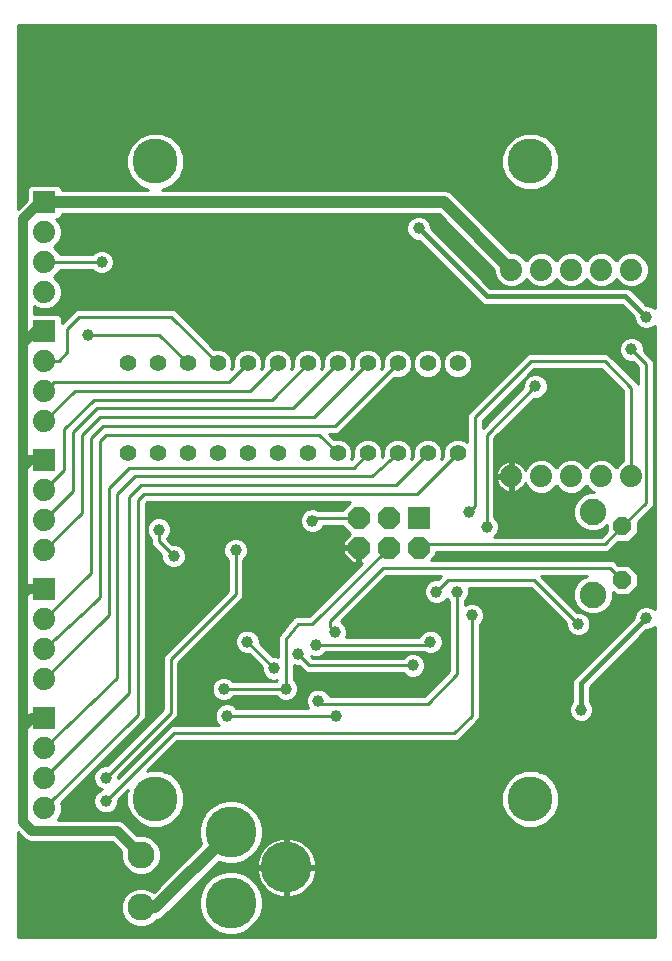
<source format=gbl>
G75*
G70*
%OFA0B0*%
%FSLAX24Y24*%
%IPPOS*%
%LPD*%
%AMOC8*
5,1,8,0,0,1.08239X$1,22.5*
%
%ADD10R,0.0740X0.0740*%
%ADD11OC8,0.0740*%
%ADD12C,0.1700*%
%ADD13C,0.0740*%
%ADD14OC8,0.0600*%
%ADD15C,0.0885*%
%ADD16C,0.0900*%
%ADD17C,0.0554*%
%ADD18C,0.0100*%
%ADD19C,0.0396*%
%ADD20C,0.0320*%
%ADD21C,0.0400*%
%ADD22C,0.0160*%
%ADD23C,0.1502*%
D10*
X001286Y009681D03*
X001286Y013984D03*
X001286Y018287D03*
X001286Y022591D03*
X001286Y026894D03*
X013767Y016370D03*
D11*
X013767Y015370D03*
X012767Y015370D03*
X012767Y016370D03*
X011767Y016370D03*
X011767Y015370D03*
D12*
X007503Y005894D03*
X007503Y003531D03*
X009353Y004713D03*
D13*
X001286Y006681D03*
X001286Y007681D03*
X001286Y008681D03*
X001286Y010984D03*
X001286Y011984D03*
X001286Y012984D03*
X001286Y015287D03*
X001286Y016287D03*
X001286Y017287D03*
X001286Y019591D03*
X001286Y020591D03*
X001286Y021591D03*
X001286Y023894D03*
X001286Y024894D03*
X001286Y025894D03*
X016849Y024638D03*
X017849Y024638D03*
X018849Y024638D03*
X019849Y024638D03*
X020849Y024638D03*
X020849Y017748D03*
X019849Y017748D03*
X018849Y017748D03*
X017849Y017748D03*
X016849Y017748D03*
D14*
X020552Y016079D03*
X020552Y014299D03*
D15*
X019572Y013809D03*
X019572Y016569D03*
D16*
X004511Y005134D03*
X004511Y003378D03*
D17*
X004062Y018512D03*
X005062Y018512D03*
X006062Y018512D03*
X007062Y018512D03*
X008062Y018512D03*
X009062Y018512D03*
X010062Y018512D03*
X011062Y018512D03*
X012062Y018512D03*
X013062Y018512D03*
X014062Y018512D03*
X015062Y018512D03*
X015062Y021512D03*
X014062Y021512D03*
X013062Y021512D03*
X012062Y021512D03*
X011062Y021512D03*
X010062Y021512D03*
X009062Y021512D03*
X008062Y021512D03*
X007062Y021512D03*
X006062Y021512D03*
X005062Y021512D03*
X004062Y021512D03*
D18*
X000390Y005893D02*
X000390Y002407D01*
X021624Y002407D01*
X021624Y012729D01*
X021573Y012678D01*
X021423Y012616D01*
X021343Y012616D01*
X019466Y010738D01*
X019466Y010260D01*
X019522Y010204D01*
X019584Y010054D01*
X019584Y009891D01*
X019522Y009741D01*
X019407Y009626D01*
X019257Y009564D01*
X019095Y009564D01*
X018945Y009626D01*
X018830Y009741D01*
X018768Y009891D01*
X018768Y010054D01*
X018830Y010204D01*
X018886Y010260D01*
X018886Y010916D01*
X018930Y011023D01*
X019012Y011104D01*
X020933Y013026D01*
X020933Y013105D01*
X020995Y013255D01*
X021110Y013370D01*
X021260Y013432D01*
X021423Y013432D01*
X021573Y013370D01*
X021624Y013319D01*
X021624Y022768D01*
X021573Y022717D01*
X021423Y022655D01*
X021260Y022655D01*
X021110Y022717D01*
X020995Y022832D01*
X020933Y022982D01*
X020933Y023061D01*
X020532Y023462D01*
X015969Y023462D01*
X015862Y023506D01*
X013761Y025608D01*
X013681Y025608D01*
X013532Y025670D01*
X013417Y025785D01*
X013355Y025935D01*
X001866Y025935D01*
X001866Y026009D02*
X001778Y026222D01*
X001687Y026314D01*
X001743Y026314D01*
X001866Y026437D01*
X001866Y026484D01*
X014424Y026484D01*
X016269Y024638D01*
X016269Y024522D01*
X016358Y024309D01*
X016521Y024146D01*
X016734Y024058D01*
X016965Y024058D01*
X017178Y024146D01*
X017341Y024309D01*
X017349Y024329D01*
X017358Y024309D01*
X017521Y024146D01*
X017734Y024058D01*
X017965Y024058D01*
X018178Y024146D01*
X018341Y024309D01*
X018349Y024329D01*
X018358Y024309D01*
X018521Y024146D01*
X018734Y024058D01*
X018965Y024058D01*
X019178Y024146D01*
X019341Y024309D01*
X019349Y024329D01*
X019358Y024309D01*
X019521Y024146D01*
X019734Y024058D01*
X019965Y024058D01*
X020178Y024146D01*
X020341Y024309D01*
X020349Y024329D01*
X020358Y024309D01*
X020521Y024146D01*
X020734Y024058D01*
X020965Y024058D01*
X021178Y024146D01*
X021341Y024309D01*
X021429Y024522D01*
X021429Y024753D01*
X021341Y024966D01*
X021178Y025129D01*
X020965Y025218D01*
X020734Y025218D01*
X020521Y025129D01*
X020358Y024966D01*
X020349Y024946D01*
X020341Y024966D01*
X020178Y025129D01*
X019965Y025218D01*
X019734Y025218D01*
X019521Y025129D01*
X019358Y024966D01*
X019349Y024946D01*
X019341Y024966D01*
X019178Y025129D01*
X018965Y025218D01*
X018734Y025218D01*
X018521Y025129D01*
X018358Y024966D01*
X018349Y024946D01*
X018341Y024966D01*
X018178Y025129D01*
X017965Y025218D01*
X017734Y025218D01*
X017521Y025129D01*
X017358Y024966D01*
X017349Y024946D01*
X017341Y024966D01*
X017178Y025129D01*
X016965Y025218D01*
X016849Y025218D01*
X014826Y027241D01*
X014675Y027304D01*
X005217Y027304D01*
X005524Y027431D01*
X005795Y027702D01*
X005941Y028055D01*
X005941Y028437D01*
X005795Y028791D01*
X005524Y029061D01*
X005171Y029207D01*
X004789Y029207D01*
X004436Y029061D01*
X004165Y028791D01*
X004019Y028437D01*
X004019Y028055D01*
X004165Y027702D01*
X004436Y027431D01*
X004743Y027304D01*
X001866Y027304D01*
X001866Y027351D01*
X001743Y027474D01*
X000829Y027474D01*
X000706Y027351D01*
X000706Y026967D01*
X000390Y026651D01*
X000390Y032807D01*
X021624Y032807D01*
X021624Y023358D01*
X021573Y023409D01*
X021423Y023471D01*
X021343Y023471D01*
X020898Y023916D01*
X020817Y023998D01*
X020710Y024042D01*
X016147Y024042D01*
X014171Y026018D01*
X014171Y026097D01*
X014109Y026247D01*
X013994Y026362D01*
X013844Y026424D01*
X013681Y026424D01*
X013532Y026362D01*
X013417Y026247D01*
X013355Y026097D01*
X013355Y025935D01*
X013355Y026034D02*
X001856Y026034D01*
X001866Y026009D02*
X001866Y025778D01*
X001778Y025565D01*
X001615Y025402D01*
X001595Y025394D01*
X001615Y025385D01*
X001778Y025222D01*
X001806Y025154D01*
X002875Y025154D01*
X002961Y025240D01*
X003111Y025302D01*
X003273Y025302D01*
X003423Y025240D01*
X003538Y025125D01*
X003600Y024975D01*
X003600Y024813D01*
X003538Y024663D01*
X003423Y024548D01*
X003273Y024486D01*
X003111Y024486D01*
X002961Y024548D01*
X002875Y024634D01*
X001806Y024634D01*
X001778Y024565D01*
X001615Y024402D01*
X001595Y024394D01*
X001615Y024385D01*
X001778Y024222D01*
X001866Y024009D01*
X001866Y023778D01*
X001778Y023565D01*
X001615Y023402D01*
X001402Y023314D01*
X001171Y023314D01*
X000958Y023402D01*
X000944Y023416D01*
X000944Y023171D01*
X001743Y023171D01*
X001866Y023048D01*
X001866Y022853D01*
X002297Y023283D01*
X002392Y023323D01*
X005562Y023323D01*
X005658Y023283D01*
X006949Y021992D01*
X006965Y021999D01*
X007159Y021999D01*
X007338Y021925D01*
X007475Y021788D01*
X007549Y021609D01*
X007549Y021415D01*
X007515Y021333D01*
X007581Y021399D01*
X007575Y021415D01*
X007575Y021609D01*
X007649Y021788D01*
X007786Y021925D01*
X007965Y021999D01*
X008159Y021999D01*
X008338Y021925D01*
X008475Y021788D01*
X008549Y021609D01*
X008549Y021415D01*
X008515Y021333D01*
X008581Y021399D01*
X008575Y021415D01*
X008575Y021609D01*
X008649Y021788D01*
X008786Y021925D01*
X008965Y021999D01*
X009159Y021999D01*
X009338Y021925D01*
X009475Y021788D01*
X009549Y021609D01*
X009549Y021415D01*
X009515Y021333D01*
X009581Y021399D01*
X009575Y021415D01*
X009575Y021609D01*
X009649Y021788D01*
X009786Y021925D01*
X009965Y021999D01*
X010159Y021999D01*
X010338Y021925D01*
X010475Y021788D01*
X010549Y021609D01*
X010549Y021415D01*
X010515Y021333D01*
X010581Y021399D01*
X010575Y021415D01*
X010575Y021609D01*
X010649Y021788D01*
X010786Y021925D01*
X010965Y021999D01*
X011159Y021999D01*
X011338Y021925D01*
X011475Y021788D01*
X011549Y021609D01*
X011549Y021415D01*
X011515Y021333D01*
X011581Y021399D01*
X011575Y021415D01*
X011575Y021609D01*
X011649Y021788D01*
X011786Y021925D01*
X011965Y021999D01*
X012159Y021999D01*
X012338Y021925D01*
X012475Y021788D01*
X012549Y021609D01*
X012549Y021415D01*
X012515Y021333D01*
X012581Y021399D01*
X012575Y021415D01*
X012575Y021609D01*
X012649Y021788D01*
X012786Y021925D01*
X012965Y021999D01*
X013159Y021999D01*
X013338Y021925D01*
X013475Y021788D01*
X013549Y021609D01*
X013549Y021415D01*
X013475Y021236D01*
X013338Y021099D01*
X013159Y021025D01*
X012965Y021025D01*
X012949Y021031D01*
X011119Y019201D01*
X011023Y019161D01*
X010780Y019161D01*
X010949Y018992D01*
X010965Y018999D01*
X011159Y018999D01*
X011338Y018925D01*
X011475Y018788D01*
X011549Y018609D01*
X011549Y018415D01*
X011515Y018333D01*
X011581Y018399D01*
X011575Y018415D01*
X011575Y018609D01*
X011649Y018788D01*
X011786Y018925D01*
X011965Y018999D01*
X012159Y018999D01*
X012338Y018925D01*
X012475Y018788D01*
X012549Y018609D01*
X012549Y018415D01*
X012542Y018399D01*
X012575Y018428D01*
X012575Y018609D01*
X012649Y018788D01*
X012786Y018925D01*
X012965Y018999D01*
X013159Y018999D01*
X013338Y018925D01*
X013475Y018788D01*
X013549Y018609D01*
X013549Y018415D01*
X013515Y018333D01*
X013581Y018399D01*
X013575Y018415D01*
X013575Y018609D01*
X013649Y018788D01*
X013786Y018925D01*
X013965Y018999D01*
X014159Y018999D01*
X014338Y018925D01*
X014475Y018788D01*
X014549Y018609D01*
X014549Y018415D01*
X014515Y018333D01*
X014581Y018399D01*
X014575Y018415D01*
X014575Y018609D01*
X014649Y018788D01*
X014786Y018925D01*
X014965Y018999D01*
X015159Y018999D01*
X015338Y018925D01*
X015373Y018890D01*
X015373Y019768D01*
X015412Y019864D01*
X017282Y021734D01*
X017356Y021807D01*
X017451Y021847D01*
X020015Y021847D01*
X020111Y021807D01*
X020997Y020921D01*
X021070Y020848D01*
X021081Y020820D01*
X021081Y021380D01*
X020890Y021572D01*
X020768Y021572D01*
X020618Y021634D01*
X020503Y021749D01*
X020441Y021899D01*
X020441Y022061D01*
X020503Y022211D01*
X020618Y022326D01*
X020768Y022388D01*
X020930Y022388D01*
X021080Y022326D01*
X021195Y022211D01*
X021257Y022061D01*
X021257Y021940D01*
X021562Y021635D01*
X021601Y021540D01*
X021601Y016817D01*
X021562Y016721D01*
X021062Y016221D01*
X021062Y015868D01*
X020763Y015569D01*
X020410Y015569D01*
X020178Y015337D01*
X020104Y015264D01*
X020009Y015224D01*
X014347Y015224D01*
X014347Y015130D01*
X014174Y014957D01*
X020206Y014957D01*
X020301Y014917D01*
X020374Y014844D01*
X020410Y014809D01*
X020763Y014809D01*
X021062Y014510D01*
X021062Y014088D01*
X020763Y013789D01*
X020341Y013789D01*
X020224Y013905D01*
X020224Y013679D01*
X020125Y013439D01*
X019942Y013256D01*
X019702Y013156D01*
X019442Y013156D01*
X019202Y013256D01*
X019019Y013439D01*
X018919Y013679D01*
X018919Y013939D01*
X019019Y014179D01*
X019202Y014362D01*
X019383Y014437D01*
X017835Y014437D01*
X019037Y013235D01*
X019159Y013235D01*
X019309Y013173D01*
X019424Y013058D01*
X019486Y012908D01*
X019486Y012746D01*
X019424Y012596D01*
X019309Y012481D01*
X019159Y012419D01*
X018996Y012419D01*
X018846Y012481D01*
X018732Y012596D01*
X018670Y012746D01*
X018670Y012867D01*
X017494Y014043D01*
X015429Y014043D01*
X015450Y013991D01*
X015450Y013828D01*
X015388Y013678D01*
X015302Y013592D01*
X015302Y013467D01*
X015303Y013468D01*
X015453Y013530D01*
X015616Y013530D01*
X015766Y013468D01*
X015880Y013353D01*
X015942Y013203D01*
X015942Y013041D01*
X015880Y012891D01*
X015794Y012805D01*
X015794Y009724D01*
X015755Y009628D01*
X015164Y009038D01*
X015091Y008965D01*
X014995Y008925D01*
X005701Y008925D01*
X004695Y007919D01*
X004788Y007957D01*
X005170Y007957D01*
X005524Y007811D01*
X005794Y007541D01*
X005940Y007187D01*
X005940Y006805D01*
X005794Y006452D01*
X005524Y006181D01*
X005170Y006035D01*
X004788Y006035D01*
X004435Y006181D01*
X004164Y006452D01*
X004018Y006805D01*
X004018Y007187D01*
X004057Y007281D01*
X003738Y006962D01*
X003738Y006840D01*
X003676Y006690D01*
X003561Y006575D01*
X003411Y006513D01*
X003248Y006513D01*
X003098Y006575D01*
X002984Y006690D01*
X002921Y006840D01*
X002921Y007002D01*
X002984Y007152D01*
X003098Y007267D01*
X003214Y007315D01*
X003098Y007363D01*
X002984Y007477D01*
X002921Y007627D01*
X002921Y007790D01*
X002984Y007940D01*
X003098Y008055D01*
X003248Y008117D01*
X003370Y008117D01*
X005235Y009982D01*
X005235Y011697D01*
X005275Y011793D01*
X007400Y013919D01*
X007400Y014970D01*
X007314Y015056D01*
X007252Y015206D01*
X007252Y015369D01*
X007314Y015519D01*
X007429Y015633D01*
X007579Y015696D01*
X007741Y015696D01*
X007891Y015633D01*
X008006Y015519D01*
X008068Y015369D01*
X008068Y015206D01*
X008006Y015056D01*
X007920Y014970D01*
X007920Y013759D01*
X007881Y013664D01*
X007808Y013591D01*
X005755Y011538D01*
X005755Y009822D01*
X005715Y009727D01*
X005642Y009654D01*
X003738Y007749D01*
X003738Y007697D01*
X005446Y009405D01*
X005542Y009445D01*
X007118Y009445D01*
X007019Y009544D01*
X006957Y009694D01*
X006957Y009857D01*
X007019Y010007D01*
X007134Y010122D01*
X007284Y010184D01*
X007446Y010184D01*
X007596Y010122D01*
X007687Y010031D01*
X010076Y010031D01*
X010070Y010037D01*
X010008Y010187D01*
X010008Y010349D01*
X010070Y010499D01*
X010185Y010614D01*
X010335Y010676D01*
X010497Y010676D01*
X010647Y010614D01*
X010762Y010499D01*
X010791Y010429D01*
X013950Y010429D01*
X014782Y011261D01*
X014782Y013592D01*
X014698Y013677D01*
X014584Y013563D01*
X014434Y013501D01*
X014272Y013501D01*
X014122Y013563D01*
X014007Y013678D01*
X013945Y013828D01*
X013945Y013991D01*
X014007Y014141D01*
X014122Y014255D01*
X014272Y014318D01*
X014394Y014318D01*
X014513Y014437D01*
X012689Y014437D01*
X011175Y012922D01*
X011206Y012909D01*
X011321Y012794D01*
X011383Y012644D01*
X011383Y012482D01*
X011349Y012398D01*
X013782Y012398D01*
X013810Y012467D01*
X013925Y012582D01*
X014075Y012644D01*
X014238Y012644D01*
X014388Y012582D01*
X014502Y012467D01*
X014564Y012317D01*
X014564Y012155D01*
X014502Y012005D01*
X014388Y011890D01*
X014238Y011828D01*
X014075Y011828D01*
X013955Y011878D01*
X010666Y011878D01*
X010580Y011792D01*
X010430Y011730D01*
X010268Y011730D01*
X010165Y011772D01*
X010229Y011709D01*
X013249Y011709D01*
X013335Y011795D01*
X013485Y011857D01*
X013647Y011857D01*
X013797Y011795D01*
X013912Y011680D01*
X013974Y011530D01*
X013974Y011368D01*
X013912Y011218D01*
X013797Y011103D01*
X013647Y011041D01*
X013485Y011041D01*
X013335Y011103D01*
X013249Y011189D01*
X010069Y011189D01*
X009974Y011228D01*
X009768Y011434D01*
X009646Y011434D01*
X009594Y011456D01*
X009594Y011456D01*
X009594Y010990D01*
X009680Y010904D01*
X009742Y010754D01*
X009742Y010592D01*
X009680Y010442D01*
X009565Y010327D01*
X009415Y010265D01*
X009252Y010265D01*
X009102Y010327D01*
X009016Y010413D01*
X007596Y010413D01*
X007498Y010315D01*
X007348Y010253D01*
X007185Y010253D01*
X007035Y010315D01*
X006921Y010430D01*
X006859Y010580D01*
X006859Y010743D01*
X006921Y010893D01*
X007035Y011007D01*
X007185Y011070D01*
X007348Y011070D01*
X007498Y011007D01*
X007572Y010933D01*
X009016Y010933D01*
X009029Y010945D01*
X009021Y010942D01*
X008859Y010942D01*
X008709Y011004D01*
X008594Y011119D01*
X008532Y011269D01*
X008532Y011391D01*
X008094Y011828D01*
X007973Y011828D01*
X007823Y011890D01*
X007708Y012005D01*
X007646Y012155D01*
X007646Y012317D01*
X007708Y012467D01*
X007823Y012582D01*
X007973Y012644D01*
X008135Y012644D01*
X008285Y012582D01*
X008400Y012467D01*
X008462Y012317D01*
X008462Y012196D01*
X008899Y011759D01*
X009021Y011759D01*
X009074Y011737D01*
X009074Y012320D01*
X009069Y012357D01*
X009074Y012372D01*
X009074Y012386D01*
X009088Y012421D01*
X009098Y012457D01*
X009107Y012468D01*
X009113Y012482D01*
X009140Y012508D01*
X009501Y012960D01*
X009507Y012974D01*
X009533Y013000D01*
X009557Y013030D01*
X009569Y013037D01*
X009580Y013047D01*
X009614Y013061D01*
X009647Y013079D01*
X009662Y013081D01*
X009676Y013087D01*
X009713Y013087D01*
X009750Y013091D01*
X009764Y013087D01*
X010116Y013087D01*
X011879Y014850D01*
X011817Y014850D01*
X011817Y015320D01*
X011717Y015320D01*
X011717Y014850D01*
X011551Y014850D01*
X011247Y015155D01*
X011247Y015320D01*
X011717Y015320D01*
X011717Y015420D01*
X011247Y015420D01*
X011247Y015585D01*
X011489Y015828D01*
X011206Y016110D01*
X010594Y016110D01*
X010565Y016040D01*
X010451Y015926D01*
X010301Y015864D01*
X010138Y015864D01*
X009988Y015926D01*
X009873Y016040D01*
X009811Y016190D01*
X009811Y016353D01*
X009873Y016503D01*
X009988Y016618D01*
X010138Y016680D01*
X010301Y016680D01*
X010420Y016630D01*
X011206Y016630D01*
X011474Y016897D01*
X004717Y016897D01*
X004672Y016853D01*
X004672Y009755D01*
X004633Y009660D01*
X001838Y006865D01*
X001866Y006796D01*
X001866Y006566D01*
X001778Y006353D01*
X001732Y006307D01*
X003781Y006307D01*
X003917Y006251D01*
X004376Y005792D01*
X004379Y005794D01*
X004642Y005794D01*
X004885Y005693D01*
X005070Y005508D01*
X005171Y005265D01*
X005171Y005003D01*
X005070Y004760D01*
X004885Y004574D01*
X004642Y004474D01*
X004379Y004474D01*
X004137Y004574D01*
X003951Y004760D01*
X003851Y005003D01*
X003851Y005265D01*
X003852Y005269D01*
X003554Y005567D01*
X000795Y005567D01*
X000659Y005623D01*
X000555Y005727D01*
X000390Y005893D01*
X000390Y005841D02*
X000441Y005841D01*
X000390Y005743D02*
X000540Y005743D01*
X000638Y005644D02*
X000390Y005644D01*
X000390Y005546D02*
X003575Y005546D01*
X003674Y005447D02*
X000390Y005447D01*
X000390Y005349D02*
X003772Y005349D01*
X003851Y005250D02*
X000390Y005250D01*
X000390Y005152D02*
X003851Y005152D01*
X003851Y005053D02*
X000390Y005053D01*
X000390Y004955D02*
X003870Y004955D01*
X003911Y004856D02*
X000390Y004856D01*
X000390Y004758D02*
X003953Y004758D01*
X004052Y004659D02*
X000390Y004659D01*
X000390Y004561D02*
X004169Y004561D01*
X004379Y004038D02*
X004137Y003937D01*
X003951Y003752D01*
X003851Y003509D01*
X003851Y003247D01*
X003951Y003004D01*
X004137Y002818D01*
X004379Y002718D01*
X004642Y002718D01*
X004885Y002818D01*
X005034Y002968D01*
X005069Y002968D01*
X005219Y003030D01*
X007095Y004906D01*
X007363Y004834D01*
X007642Y004834D01*
X007912Y004906D01*
X008154Y005045D01*
X008351Y005243D01*
X008491Y005485D01*
X008563Y005754D01*
X008563Y006033D01*
X008491Y006303D01*
X008351Y006545D01*
X008154Y006742D01*
X007912Y006881D01*
X007642Y006954D01*
X007363Y006954D01*
X007094Y006881D01*
X006852Y006742D01*
X006655Y006545D01*
X006515Y006303D01*
X006443Y006033D01*
X006443Y005754D01*
X006515Y005486D01*
X004926Y003896D01*
X004885Y003937D01*
X004642Y004038D01*
X004379Y004038D01*
X004215Y003970D02*
X000390Y003970D01*
X000390Y004068D02*
X005098Y004068D01*
X004999Y003970D02*
X004806Y003970D01*
X005196Y004167D02*
X000390Y004167D01*
X000390Y004265D02*
X005295Y004265D01*
X005393Y004364D02*
X000390Y004364D01*
X000390Y004462D02*
X005492Y004462D01*
X005590Y004561D02*
X004852Y004561D01*
X004970Y004659D02*
X005689Y004659D01*
X005787Y004758D02*
X005068Y004758D01*
X005110Y004856D02*
X005886Y004856D01*
X005984Y004955D02*
X005151Y004955D01*
X005171Y005053D02*
X006083Y005053D01*
X006181Y005152D02*
X005171Y005152D01*
X005171Y005250D02*
X006280Y005250D01*
X006378Y005349D02*
X005136Y005349D01*
X005095Y005447D02*
X006477Y005447D01*
X006499Y005546D02*
X005032Y005546D01*
X004934Y005644D02*
X006472Y005644D01*
X006446Y005743D02*
X004765Y005743D01*
X004780Y006038D02*
X004129Y006038D01*
X004031Y006137D02*
X004542Y006137D01*
X004381Y006235D02*
X003932Y006235D01*
X004132Y006531D02*
X003454Y006531D01*
X003615Y006629D02*
X004091Y006629D01*
X004050Y006728D02*
X003691Y006728D01*
X003732Y006826D02*
X004018Y006826D01*
X004018Y006925D02*
X003738Y006925D01*
X003799Y007023D02*
X004018Y007023D01*
X004018Y007122D02*
X003898Y007122D01*
X003996Y007220D02*
X004032Y007220D01*
X003754Y007713D02*
X003738Y007713D01*
X003800Y007811D02*
X003852Y007811D01*
X003899Y007910D02*
X003951Y007910D01*
X003997Y008008D02*
X004049Y008008D01*
X004096Y008107D02*
X004148Y008107D01*
X004194Y008205D02*
X004246Y008205D01*
X004293Y008304D02*
X004345Y008304D01*
X004391Y008402D02*
X004443Y008402D01*
X004490Y008501D02*
X004542Y008501D01*
X004588Y008599D02*
X004640Y008599D01*
X004687Y008698D02*
X004739Y008698D01*
X004785Y008796D02*
X004837Y008796D01*
X004884Y008895D02*
X004936Y008895D01*
X004982Y008993D02*
X005034Y008993D01*
X005081Y009092D02*
X005133Y009092D01*
X005179Y009190D02*
X005231Y009190D01*
X005278Y009289D02*
X005330Y009289D01*
X005376Y009387D02*
X005428Y009387D01*
X005475Y009486D02*
X007078Y009486D01*
X007003Y009584D02*
X005573Y009584D01*
X005672Y009683D02*
X006962Y009683D01*
X006957Y009781D02*
X005738Y009781D01*
X005755Y009880D02*
X006966Y009880D01*
X007007Y009978D02*
X005755Y009978D01*
X005755Y010077D02*
X007089Y010077D01*
X007264Y010175D02*
X005755Y010175D01*
X005755Y010274D02*
X007136Y010274D01*
X006979Y010372D02*
X005755Y010372D01*
X005755Y010471D02*
X006904Y010471D01*
X006863Y010569D02*
X005755Y010569D01*
X005755Y010668D02*
X006859Y010668D01*
X006868Y010766D02*
X005755Y010766D01*
X005755Y010865D02*
X006909Y010865D01*
X006991Y010963D02*
X005755Y010963D01*
X005755Y011062D02*
X007167Y011062D01*
X007366Y011062D02*
X008651Y011062D01*
X008577Y011160D02*
X005755Y011160D01*
X005755Y011259D02*
X008536Y011259D01*
X008532Y011357D02*
X005755Y011357D01*
X005755Y011456D02*
X008467Y011456D01*
X008368Y011554D02*
X005771Y011554D01*
X005870Y011653D02*
X008270Y011653D01*
X008171Y011751D02*
X005968Y011751D01*
X006067Y011850D02*
X007920Y011850D01*
X007765Y011948D02*
X006165Y011948D01*
X006264Y012047D02*
X007691Y012047D01*
X007650Y012145D02*
X006362Y012145D01*
X006461Y012244D02*
X007646Y012244D01*
X007656Y012342D02*
X006559Y012342D01*
X006658Y012441D02*
X007697Y012441D01*
X007780Y012539D02*
X006756Y012539D01*
X006855Y012638D02*
X007957Y012638D01*
X008151Y012638D02*
X009243Y012638D01*
X009164Y012539D02*
X008328Y012539D01*
X008411Y012441D02*
X009094Y012441D01*
X009071Y012342D02*
X008452Y012342D01*
X008462Y012244D02*
X009074Y012244D01*
X009074Y012145D02*
X008513Y012145D01*
X008611Y012047D02*
X009074Y012047D01*
X009074Y011948D02*
X008710Y011948D01*
X008808Y011850D02*
X009074Y011850D01*
X009074Y011751D02*
X009038Y011751D01*
X008940Y011350D02*
X008054Y012236D01*
X007347Y013130D02*
X010159Y013130D01*
X010258Y013229D02*
X007446Y013229D01*
X007544Y013327D02*
X010356Y013327D01*
X010455Y013426D02*
X007643Y013426D01*
X007741Y013524D02*
X010553Y013524D01*
X010652Y013623D02*
X007840Y013623D01*
X007905Y013721D02*
X010750Y013721D01*
X010849Y013820D02*
X007920Y013820D01*
X007920Y013918D02*
X010947Y013918D01*
X011046Y014017D02*
X007920Y014017D01*
X007920Y014115D02*
X011144Y014115D01*
X011243Y014214D02*
X007920Y014214D01*
X007920Y014312D02*
X011341Y014312D01*
X011440Y014411D02*
X007920Y014411D01*
X007920Y014509D02*
X011538Y014509D01*
X011637Y014608D02*
X007920Y014608D01*
X007920Y014706D02*
X011735Y014706D01*
X011834Y014805D02*
X007920Y014805D01*
X007920Y014903D02*
X011498Y014903D01*
X011399Y015002D02*
X007952Y015002D01*
X008025Y015100D02*
X011301Y015100D01*
X011247Y015199D02*
X008065Y015199D01*
X008068Y015297D02*
X011247Y015297D01*
X011247Y015494D02*
X008016Y015494D01*
X008057Y015396D02*
X011717Y015396D01*
X011717Y015297D02*
X011817Y015297D01*
X011817Y015199D02*
X011717Y015199D01*
X011717Y015100D02*
X011817Y015100D01*
X011817Y015002D02*
X011717Y015002D01*
X011717Y014903D02*
X011817Y014903D01*
X011254Y015593D02*
X007932Y015593D01*
X007751Y015691D02*
X011353Y015691D01*
X011451Y015790D02*
X005466Y015790D01*
X005447Y015745D02*
X005509Y015895D01*
X005509Y016058D01*
X005447Y016208D01*
X005332Y016322D01*
X005182Y016384D01*
X005020Y016384D01*
X004870Y016322D01*
X004755Y016208D01*
X004693Y016058D01*
X004693Y015895D01*
X004755Y015745D01*
X004841Y015659D01*
X004841Y015531D01*
X004881Y015435D01*
X005185Y015131D01*
X005185Y015009D01*
X005247Y014859D01*
X005362Y014745D01*
X005512Y014682D01*
X005675Y014682D01*
X005825Y014745D01*
X005939Y014859D01*
X006001Y015009D01*
X006001Y015172D01*
X005939Y015322D01*
X005825Y015437D01*
X005675Y015499D01*
X005553Y015499D01*
X005377Y015675D01*
X005447Y015745D01*
X005393Y015691D02*
X007569Y015691D01*
X007389Y015593D02*
X005459Y015593D01*
X005685Y015494D02*
X007304Y015494D01*
X007264Y015396D02*
X005865Y015396D01*
X005949Y015297D02*
X007252Y015297D01*
X007255Y015199D02*
X005990Y015199D01*
X006001Y015100D02*
X007296Y015100D01*
X007369Y015002D02*
X005998Y015002D01*
X005958Y014903D02*
X007400Y014903D01*
X007400Y014805D02*
X005885Y014805D01*
X005732Y014706D02*
X007400Y014706D01*
X007400Y014608D02*
X004672Y014608D01*
X004672Y014706D02*
X005454Y014706D01*
X005302Y014805D02*
X004672Y014805D01*
X004672Y014903D02*
X005229Y014903D01*
X005188Y015002D02*
X004672Y015002D01*
X004672Y015100D02*
X005185Y015100D01*
X005117Y015199D02*
X004672Y015199D01*
X004672Y015297D02*
X005019Y015297D01*
X004920Y015396D02*
X004672Y015396D01*
X004672Y015494D02*
X004856Y015494D01*
X004841Y015593D02*
X004672Y015593D01*
X004672Y015691D02*
X004809Y015691D01*
X004737Y015790D02*
X004672Y015790D01*
X004672Y015888D02*
X004696Y015888D01*
X004693Y015987D02*
X004672Y015987D01*
X004672Y016085D02*
X004705Y016085D01*
X004672Y016184D02*
X004745Y016184D01*
X004672Y016282D02*
X004830Y016282D01*
X004672Y016381D02*
X005011Y016381D01*
X005191Y016381D02*
X009823Y016381D01*
X009811Y016282D02*
X005372Y016282D01*
X005457Y016184D02*
X009814Y016184D01*
X009855Y016085D02*
X005498Y016085D01*
X005509Y015987D02*
X009927Y015987D01*
X010078Y015888D02*
X005507Y015888D01*
X005101Y015976D02*
X005101Y015583D01*
X005593Y015091D01*
X004672Y014509D02*
X007400Y014509D01*
X007400Y014411D02*
X004672Y014411D01*
X004672Y014312D02*
X007400Y014312D01*
X007400Y014214D02*
X004672Y014214D01*
X004672Y014115D02*
X007400Y014115D01*
X007400Y014017D02*
X004672Y014017D01*
X004672Y013918D02*
X007400Y013918D01*
X007301Y013820D02*
X004672Y013820D01*
X004672Y013721D02*
X007203Y013721D01*
X007104Y013623D02*
X004672Y013623D01*
X004672Y013524D02*
X007006Y013524D01*
X006907Y013426D02*
X004672Y013426D01*
X004672Y013327D02*
X006809Y013327D01*
X006710Y013229D02*
X004672Y013229D01*
X004672Y013130D02*
X006612Y013130D01*
X006513Y013032D02*
X004672Y013032D01*
X004672Y012933D02*
X006415Y012933D01*
X006316Y012835D02*
X004672Y012835D01*
X004672Y012736D02*
X006218Y012736D01*
X006119Y012638D02*
X004672Y012638D01*
X004672Y012539D02*
X006021Y012539D01*
X005922Y012441D02*
X004672Y012441D01*
X004672Y012342D02*
X005824Y012342D01*
X005725Y012244D02*
X004672Y012244D01*
X004672Y012145D02*
X005627Y012145D01*
X005528Y012047D02*
X004672Y012047D01*
X004672Y011948D02*
X005430Y011948D01*
X005331Y011850D02*
X004672Y011850D01*
X004672Y011751D02*
X005257Y011751D01*
X005235Y011653D02*
X004672Y011653D01*
X004672Y011554D02*
X005235Y011554D01*
X005235Y011456D02*
X004672Y011456D01*
X004672Y011357D02*
X005235Y011357D01*
X005235Y011259D02*
X004672Y011259D01*
X004672Y011160D02*
X005235Y011160D01*
X005235Y011062D02*
X004672Y011062D01*
X004672Y010963D02*
X005235Y010963D01*
X005235Y010865D02*
X004672Y010865D01*
X004672Y010766D02*
X005235Y010766D01*
X005235Y010668D02*
X004672Y010668D01*
X004672Y010569D02*
X005235Y010569D01*
X005235Y010471D02*
X004672Y010471D01*
X004672Y010372D02*
X005235Y010372D01*
X005235Y010274D02*
X004672Y010274D01*
X004672Y010175D02*
X005235Y010175D01*
X005235Y010077D02*
X004672Y010077D01*
X004672Y009978D02*
X005232Y009978D01*
X005133Y009880D02*
X004672Y009880D01*
X004672Y009781D02*
X005035Y009781D01*
X004936Y009683D02*
X004642Y009683D01*
X004557Y009584D02*
X004838Y009584D01*
X004739Y009486D02*
X004459Y009486D01*
X004360Y009387D02*
X004641Y009387D01*
X004542Y009289D02*
X004262Y009289D01*
X004163Y009190D02*
X004444Y009190D01*
X004345Y009092D02*
X004065Y009092D01*
X003966Y008993D02*
X004247Y008993D01*
X004148Y008895D02*
X003868Y008895D01*
X003769Y008796D02*
X004050Y008796D01*
X003951Y008698D02*
X003671Y008698D01*
X003572Y008599D02*
X003853Y008599D01*
X003754Y008501D02*
X003474Y008501D01*
X003375Y008402D02*
X003656Y008402D01*
X003557Y008304D02*
X003277Y008304D01*
X003178Y008205D02*
X003459Y008205D01*
X003225Y008107D02*
X003080Y008107D01*
X003052Y008008D02*
X002981Y008008D01*
X002971Y007910D02*
X002883Y007910D01*
X002930Y007811D02*
X002784Y007811D01*
X002686Y007713D02*
X002921Y007713D01*
X002927Y007614D02*
X002587Y007614D01*
X002489Y007516D02*
X002968Y007516D01*
X003044Y007417D02*
X002390Y007417D01*
X002292Y007319D02*
X003204Y007319D01*
X003052Y007220D02*
X002193Y007220D01*
X002095Y007122D02*
X002971Y007122D01*
X002930Y007023D02*
X001996Y007023D01*
X001898Y006925D02*
X002921Y006925D01*
X002927Y006826D02*
X001854Y006826D01*
X001866Y006728D02*
X002968Y006728D01*
X003044Y006629D02*
X001866Y006629D01*
X001852Y006531D02*
X003206Y006531D01*
X003330Y006921D02*
X005593Y009185D01*
X014944Y009185D01*
X015534Y009776D01*
X015534Y013122D01*
X015824Y012835D02*
X018670Y012835D01*
X018673Y012736D02*
X015794Y012736D01*
X015794Y012638D02*
X018714Y012638D01*
X018788Y012539D02*
X015794Y012539D01*
X015794Y012441D02*
X018943Y012441D01*
X019212Y012441D02*
X020349Y012441D01*
X020447Y012539D02*
X019367Y012539D01*
X019441Y012638D02*
X020546Y012638D01*
X020644Y012736D02*
X019482Y012736D01*
X019486Y012835D02*
X020743Y012835D01*
X020841Y012933D02*
X019475Y012933D01*
X019434Y013032D02*
X020933Y013032D01*
X020944Y013130D02*
X019351Y013130D01*
X019267Y013229D02*
X019173Y013229D01*
X019131Y013327D02*
X018945Y013327D01*
X019032Y013426D02*
X018846Y013426D01*
X018748Y013524D02*
X018984Y013524D01*
X018943Y013623D02*
X018649Y013623D01*
X018551Y013721D02*
X018919Y013721D01*
X018919Y013820D02*
X018452Y013820D01*
X018354Y013918D02*
X018919Y013918D01*
X018952Y014017D02*
X018255Y014017D01*
X018157Y014115D02*
X018993Y014115D01*
X019054Y014214D02*
X018058Y014214D01*
X017960Y014312D02*
X019153Y014312D01*
X019320Y014411D02*
X017861Y014411D01*
X017601Y014303D02*
X019078Y012827D01*
X018603Y012933D02*
X015898Y012933D01*
X015939Y013032D02*
X018505Y013032D01*
X018406Y013130D02*
X015942Y013130D01*
X015932Y013229D02*
X018308Y013229D01*
X018209Y013327D02*
X015891Y013327D01*
X015808Y013426D02*
X018111Y013426D01*
X018012Y013524D02*
X015629Y013524D01*
X015439Y013524D02*
X015302Y013524D01*
X015333Y013623D02*
X017914Y013623D01*
X017815Y013721D02*
X015406Y013721D01*
X015447Y013820D02*
X017717Y013820D01*
X017618Y013918D02*
X015450Y013918D01*
X015439Y014017D02*
X017520Y014017D01*
X017601Y014303D02*
X014747Y014303D01*
X014353Y013909D01*
X014644Y013623D02*
X014752Y013623D01*
X014782Y013524D02*
X014490Y013524D01*
X014216Y013524D02*
X011777Y013524D01*
X011678Y013426D02*
X014782Y013426D01*
X014782Y013327D02*
X011580Y013327D01*
X011481Y013229D02*
X014782Y013229D01*
X014782Y013130D02*
X011383Y013130D01*
X011284Y013032D02*
X014782Y013032D01*
X014782Y012933D02*
X011186Y012933D01*
X011281Y012835D02*
X014782Y012835D01*
X014782Y012736D02*
X011345Y012736D01*
X011383Y012638D02*
X014060Y012638D01*
X014253Y012638D02*
X014782Y012638D01*
X014782Y012539D02*
X014430Y012539D01*
X014513Y012441D02*
X014782Y012441D01*
X014782Y012342D02*
X014554Y012342D01*
X014564Y012244D02*
X014782Y012244D01*
X014782Y012145D02*
X014560Y012145D01*
X014520Y012047D02*
X014782Y012047D01*
X014782Y011948D02*
X014446Y011948D01*
X014290Y011850D02*
X014782Y011850D01*
X014782Y011751D02*
X013840Y011751D01*
X013923Y011653D02*
X014782Y011653D01*
X014782Y011554D02*
X013964Y011554D01*
X013974Y011456D02*
X014782Y011456D01*
X014782Y011357D02*
X013970Y011357D01*
X013929Y011259D02*
X014780Y011259D01*
X014681Y011160D02*
X013855Y011160D01*
X013698Y011062D02*
X014583Y011062D01*
X014484Y010963D02*
X009621Y010963D01*
X009594Y011062D02*
X013434Y011062D01*
X013277Y011160D02*
X009594Y011160D01*
X009594Y011259D02*
X009943Y011259D01*
X009845Y011357D02*
X009594Y011357D01*
X009727Y011843D02*
X010121Y011449D01*
X013566Y011449D01*
X013291Y011751D02*
X010483Y011751D01*
X010639Y011850D02*
X013468Y011850D01*
X013664Y011850D02*
X014023Y011850D01*
X014058Y012138D02*
X014156Y012236D01*
X014058Y012138D02*
X010349Y012138D01*
X010216Y011751D02*
X010186Y011751D01*
X009696Y010865D02*
X014386Y010865D01*
X014287Y010766D02*
X009737Y010766D01*
X009742Y010668D02*
X010316Y010668D01*
X010517Y010668D02*
X014189Y010668D01*
X014090Y010569D02*
X010692Y010569D01*
X010774Y010471D02*
X013992Y010471D01*
X014058Y010169D02*
X015042Y011154D01*
X015042Y013909D01*
X014487Y014411D02*
X012663Y014411D01*
X012565Y014312D02*
X014260Y014312D01*
X014081Y014214D02*
X012466Y014214D01*
X012368Y014115D02*
X013997Y014115D01*
X013956Y014017D02*
X012269Y014017D01*
X012171Y013918D02*
X013945Y013918D01*
X013949Y013820D02*
X012072Y013820D01*
X011974Y013721D02*
X013989Y013721D01*
X014063Y013623D02*
X011875Y013623D01*
X011383Y012539D02*
X013882Y012539D01*
X013799Y012441D02*
X011366Y012441D01*
X010975Y012563D02*
X010810Y012728D01*
X010810Y012925D01*
X012582Y014697D01*
X020154Y014697D01*
X020552Y014299D01*
X020866Y014706D02*
X021624Y014706D01*
X021624Y014608D02*
X020964Y014608D01*
X021062Y014509D02*
X021624Y014509D01*
X021624Y014411D02*
X021062Y014411D01*
X021062Y014312D02*
X021624Y014312D01*
X021624Y014214D02*
X021062Y014214D01*
X021062Y014115D02*
X021624Y014115D01*
X021624Y014017D02*
X020991Y014017D01*
X020893Y013918D02*
X021624Y013918D01*
X021624Y013820D02*
X020794Y013820D01*
X021068Y013327D02*
X020013Y013327D01*
X020112Y013426D02*
X021246Y013426D01*
X021437Y013426D02*
X021624Y013426D01*
X021624Y013524D02*
X020160Y013524D01*
X020201Y013623D02*
X021624Y013623D01*
X021624Y013721D02*
X020224Y013721D01*
X020224Y013820D02*
X020310Y013820D01*
X019876Y013229D02*
X020985Y013229D01*
X021267Y012539D02*
X021624Y012539D01*
X021624Y012441D02*
X021169Y012441D01*
X021070Y012342D02*
X021624Y012342D01*
X021624Y012244D02*
X020972Y012244D01*
X020873Y012145D02*
X021624Y012145D01*
X021624Y012047D02*
X020775Y012047D01*
X020676Y011948D02*
X021624Y011948D01*
X021624Y011850D02*
X020578Y011850D01*
X020479Y011751D02*
X021624Y011751D01*
X021624Y011653D02*
X020381Y011653D01*
X020282Y011554D02*
X021624Y011554D01*
X021624Y011456D02*
X020184Y011456D01*
X020085Y011357D02*
X021624Y011357D01*
X021624Y011259D02*
X019987Y011259D01*
X019888Y011160D02*
X021624Y011160D01*
X021624Y011062D02*
X019790Y011062D01*
X019691Y010963D02*
X021624Y010963D01*
X021624Y010865D02*
X019593Y010865D01*
X019494Y010766D02*
X021624Y010766D01*
X021624Y010668D02*
X019466Y010668D01*
X019466Y010569D02*
X021624Y010569D01*
X021624Y010471D02*
X019466Y010471D01*
X019466Y010372D02*
X021624Y010372D01*
X021624Y010274D02*
X019466Y010274D01*
X019534Y010175D02*
X021624Y010175D01*
X021624Y010077D02*
X019575Y010077D01*
X019584Y009978D02*
X021624Y009978D01*
X021624Y009880D02*
X019579Y009880D01*
X019539Y009781D02*
X021624Y009781D01*
X021624Y009683D02*
X019464Y009683D01*
X019306Y009584D02*
X021624Y009584D01*
X021624Y009486D02*
X015612Y009486D01*
X015514Y009387D02*
X021624Y009387D01*
X021624Y009289D02*
X015415Y009289D01*
X015317Y009190D02*
X021624Y009190D01*
X021624Y009092D02*
X015218Y009092D01*
X015120Y008993D02*
X021624Y008993D01*
X021624Y008895D02*
X005671Y008895D01*
X005572Y008796D02*
X021624Y008796D01*
X021624Y008698D02*
X005474Y008698D01*
X005375Y008599D02*
X021624Y008599D01*
X021624Y008501D02*
X005277Y008501D01*
X005178Y008402D02*
X021624Y008402D01*
X021624Y008304D02*
X005080Y008304D01*
X004981Y008205D02*
X021624Y008205D01*
X021624Y008107D02*
X004883Y008107D01*
X004784Y008008D02*
X021624Y008008D01*
X021624Y007910D02*
X017785Y007910D01*
X017670Y007957D02*
X017288Y007957D01*
X016935Y007811D01*
X016664Y007541D01*
X016518Y007187D01*
X016518Y006805D01*
X016664Y006452D01*
X016935Y006181D01*
X017288Y006035D01*
X017670Y006035D01*
X018024Y006181D01*
X018294Y006452D01*
X018440Y006805D01*
X018440Y007187D01*
X018294Y007541D01*
X018024Y007811D01*
X017670Y007957D01*
X018023Y007811D02*
X021624Y007811D01*
X021624Y007713D02*
X018122Y007713D01*
X018220Y007614D02*
X021624Y007614D01*
X021624Y007516D02*
X018304Y007516D01*
X018345Y007417D02*
X021624Y007417D01*
X021624Y007319D02*
X018386Y007319D01*
X018427Y007220D02*
X021624Y007220D01*
X021624Y007122D02*
X018440Y007122D01*
X018440Y007023D02*
X021624Y007023D01*
X021624Y006925D02*
X018440Y006925D01*
X018440Y006826D02*
X021624Y006826D01*
X021624Y006728D02*
X018408Y006728D01*
X018368Y006629D02*
X021624Y006629D01*
X021624Y006531D02*
X018327Y006531D01*
X018275Y006432D02*
X021624Y006432D01*
X021624Y006334D02*
X018176Y006334D01*
X018078Y006235D02*
X021624Y006235D01*
X021624Y006137D02*
X017917Y006137D01*
X017679Y006038D02*
X021624Y006038D01*
X021624Y005940D02*
X008563Y005940D01*
X008561Y006038D02*
X017280Y006038D01*
X017042Y006137D02*
X008535Y006137D01*
X008509Y006235D02*
X016881Y006235D01*
X016782Y006334D02*
X008473Y006334D01*
X008416Y006432D02*
X016684Y006432D01*
X016632Y006531D02*
X008359Y006531D01*
X008266Y006629D02*
X016591Y006629D01*
X016550Y006728D02*
X008168Y006728D01*
X008007Y006826D02*
X016518Y006826D01*
X016518Y006925D02*
X007750Y006925D01*
X007256Y006925D02*
X005940Y006925D01*
X005940Y007023D02*
X016518Y007023D01*
X016518Y007122D02*
X005940Y007122D01*
X005927Y007220D02*
X016532Y007220D01*
X016573Y007319D02*
X005886Y007319D01*
X005845Y007417D02*
X016613Y007417D01*
X016654Y007516D02*
X005804Y007516D01*
X005720Y007614D02*
X016738Y007614D01*
X016837Y007713D02*
X005622Y007713D01*
X005523Y007811D02*
X016936Y007811D01*
X017174Y007910D02*
X005285Y007910D01*
X005940Y006826D02*
X006998Y006826D01*
X006838Y006728D02*
X005908Y006728D01*
X005868Y006629D02*
X006739Y006629D01*
X006647Y006531D02*
X005827Y006531D01*
X005775Y006432D02*
X006590Y006432D01*
X006533Y006334D02*
X005676Y006334D01*
X005578Y006235D02*
X006497Y006235D01*
X006471Y006137D02*
X005417Y006137D01*
X005179Y006038D02*
X006444Y006038D01*
X006443Y005940D02*
X004228Y005940D01*
X004326Y005841D02*
X006443Y005841D01*
X007045Y004856D02*
X007279Y004856D01*
X007363Y004591D02*
X007094Y004519D01*
X006852Y004380D01*
X006655Y004182D01*
X006515Y003941D01*
X006443Y003671D01*
X006443Y003392D01*
X006515Y003122D01*
X006655Y002881D01*
X006852Y002683D01*
X007094Y002544D01*
X007363Y002471D01*
X007642Y002471D01*
X007912Y002544D01*
X008154Y002683D01*
X008351Y002881D01*
X008491Y003122D01*
X008563Y003392D01*
X008563Y003671D01*
X008491Y003941D01*
X008351Y004182D01*
X008154Y004380D01*
X007912Y004519D01*
X007642Y004591D01*
X007363Y004591D01*
X007249Y004561D02*
X006750Y004561D01*
X006848Y004659D02*
X008353Y004659D01*
X008353Y004656D02*
X008366Y004545D01*
X008391Y004435D01*
X008428Y004329D01*
X008477Y004228D01*
X008536Y004133D01*
X008606Y004045D01*
X008686Y003966D01*
X008774Y003896D01*
X008869Y003836D01*
X008970Y003787D01*
X009076Y003750D01*
X009185Y003725D01*
X009297Y003713D01*
X009303Y003713D01*
X009303Y004663D01*
X008353Y004663D01*
X008353Y004656D01*
X008364Y004561D02*
X007757Y004561D01*
X008011Y004462D02*
X008385Y004462D01*
X008416Y004364D02*
X008170Y004364D01*
X008268Y004265D02*
X008459Y004265D01*
X008515Y004167D02*
X008360Y004167D01*
X008417Y004068D02*
X008588Y004068D01*
X008682Y003970D02*
X008474Y003970D01*
X008509Y003871D02*
X008812Y003871D01*
X009011Y003773D02*
X008536Y003773D01*
X008562Y003674D02*
X021624Y003674D01*
X021624Y003576D02*
X008563Y003576D01*
X008563Y003477D02*
X021624Y003477D01*
X021624Y003379D02*
X008559Y003379D01*
X008533Y003280D02*
X021624Y003280D01*
X021624Y003182D02*
X008507Y003182D01*
X008468Y003083D02*
X021624Y003083D01*
X021624Y002985D02*
X008411Y002985D01*
X008354Y002886D02*
X021624Y002886D01*
X021624Y002788D02*
X008258Y002788D01*
X008160Y002689D02*
X021624Y002689D01*
X021624Y002591D02*
X007994Y002591D01*
X007720Y002492D02*
X021624Y002492D01*
X021624Y003773D02*
X009695Y003773D01*
X009737Y003787D02*
X009838Y003836D01*
X009933Y003896D01*
X010021Y003966D01*
X010100Y004045D01*
X010170Y004133D01*
X010230Y004228D01*
X010279Y004329D01*
X010316Y004435D01*
X010341Y004545D01*
X010353Y004656D01*
X010353Y004663D01*
X009403Y004663D01*
X009403Y004763D01*
X009303Y004763D01*
X009303Y005713D01*
X009297Y005713D01*
X009185Y005700D01*
X009076Y005675D01*
X008970Y005638D01*
X008869Y005589D01*
X008774Y005529D01*
X008686Y005459D01*
X008606Y005380D01*
X008536Y005292D01*
X008477Y005197D01*
X008428Y005096D01*
X008391Y004990D01*
X008366Y004880D01*
X008353Y004769D01*
X008353Y004763D01*
X009303Y004763D01*
X009303Y004663D01*
X009403Y004663D01*
X009403Y003713D01*
X009409Y003713D01*
X009521Y003725D01*
X009630Y003750D01*
X009737Y003787D01*
X009894Y003871D02*
X021624Y003871D01*
X021624Y003970D02*
X010025Y003970D01*
X010119Y004068D02*
X021624Y004068D01*
X021624Y004167D02*
X010191Y004167D01*
X010248Y004265D02*
X021624Y004265D01*
X021624Y004364D02*
X010291Y004364D01*
X010322Y004462D02*
X021624Y004462D01*
X021624Y004561D02*
X010342Y004561D01*
X010353Y004659D02*
X021624Y004659D01*
X021624Y004758D02*
X009403Y004758D01*
X009403Y004763D02*
X010353Y004763D01*
X010353Y004769D01*
X010341Y004880D01*
X010316Y004990D01*
X010279Y005096D01*
X010230Y005197D01*
X010170Y005292D01*
X010100Y005380D01*
X010021Y005459D01*
X009933Y005529D01*
X009838Y005589D01*
X009737Y005638D01*
X009630Y005675D01*
X009521Y005700D01*
X009409Y005713D01*
X009403Y005713D01*
X009403Y004763D01*
X009403Y004856D02*
X009303Y004856D01*
X009303Y004758D02*
X006947Y004758D01*
X006995Y004462D02*
X006651Y004462D01*
X006553Y004364D02*
X006836Y004364D01*
X006738Y004265D02*
X006454Y004265D01*
X006356Y004167D02*
X006646Y004167D01*
X006589Y004068D02*
X006257Y004068D01*
X006159Y003970D02*
X006532Y003970D01*
X006497Y003871D02*
X006060Y003871D01*
X005962Y003773D02*
X006470Y003773D01*
X006444Y003674D02*
X005863Y003674D01*
X005765Y003576D02*
X006443Y003576D01*
X006443Y003477D02*
X005666Y003477D01*
X005568Y003379D02*
X006446Y003379D01*
X006473Y003280D02*
X005469Y003280D01*
X005371Y003182D02*
X006499Y003182D01*
X006538Y003083D02*
X005272Y003083D01*
X005109Y002985D02*
X006594Y002985D01*
X006651Y002886D02*
X004952Y002886D01*
X004811Y002788D02*
X006747Y002788D01*
X006846Y002689D02*
X000390Y002689D01*
X000390Y002591D02*
X007012Y002591D01*
X007285Y002492D02*
X000390Y002492D01*
X000390Y002788D02*
X004211Y002788D01*
X004069Y002886D02*
X000390Y002886D01*
X000390Y002985D02*
X003970Y002985D01*
X003918Y003083D02*
X000390Y003083D01*
X000390Y003182D02*
X003878Y003182D01*
X003851Y003280D02*
X000390Y003280D01*
X000390Y003379D02*
X003851Y003379D01*
X003851Y003477D02*
X000390Y003477D01*
X000390Y003576D02*
X003878Y003576D01*
X003919Y003674D02*
X000390Y003674D01*
X000390Y003773D02*
X003972Y003773D01*
X004071Y003871D02*
X000390Y003871D01*
X001759Y006334D02*
X004282Y006334D01*
X004184Y006432D02*
X001811Y006432D01*
X001286Y006681D02*
X004412Y009807D01*
X004412Y016961D01*
X004609Y017157D01*
X013708Y017157D01*
X015062Y018512D01*
X014705Y018843D02*
X014419Y018843D01*
X014493Y018745D02*
X014631Y018745D01*
X014590Y018646D02*
X014533Y018646D01*
X014549Y018548D02*
X014575Y018548D01*
X014575Y018449D02*
X014549Y018449D01*
X014533Y018351D02*
X014523Y018351D01*
X014062Y018512D02*
X013003Y017453D01*
X004511Y017453D01*
X004117Y017059D01*
X004117Y010512D01*
X001286Y007681D01*
X001286Y008681D02*
X003723Y011020D01*
X003723Y017157D01*
X004314Y017748D01*
X012200Y017748D01*
X013062Y018512D01*
X013419Y018843D02*
X013705Y018843D01*
X013631Y018745D02*
X013493Y018745D01*
X013533Y018646D02*
X013590Y018646D01*
X013575Y018548D02*
X013549Y018548D01*
X013549Y018449D02*
X013575Y018449D01*
X013533Y018351D02*
X013523Y018351D01*
X013297Y018942D02*
X013827Y018942D01*
X014297Y018942D02*
X014827Y018942D01*
X015297Y018942D02*
X015373Y018942D01*
X015373Y019040D02*
X010901Y019040D01*
X010803Y019139D02*
X015373Y019139D01*
X015373Y019237D02*
X011155Y019237D01*
X011254Y019336D02*
X015373Y019336D01*
X015373Y019434D02*
X011352Y019434D01*
X011451Y019533D02*
X015373Y019533D01*
X015373Y019631D02*
X011549Y019631D01*
X011648Y019730D02*
X015373Y019730D01*
X015398Y019828D02*
X011746Y019828D01*
X011845Y019927D02*
X015475Y019927D01*
X015574Y020025D02*
X011943Y020025D01*
X012042Y020124D02*
X015672Y020124D01*
X015771Y020222D02*
X012140Y020222D01*
X012239Y020321D02*
X015869Y020321D01*
X015968Y020419D02*
X012337Y020419D01*
X012436Y020518D02*
X016066Y020518D01*
X016165Y020616D02*
X012534Y020616D01*
X012633Y020715D02*
X016263Y020715D01*
X016362Y020813D02*
X012731Y020813D01*
X012830Y020912D02*
X016460Y020912D01*
X016559Y021010D02*
X012928Y021010D01*
X013062Y021512D02*
X010971Y019421D01*
X003231Y019421D01*
X002837Y019028D01*
X002837Y014535D01*
X001286Y012984D01*
X001286Y011984D02*
X002936Y013535D01*
X003133Y013732D01*
X003133Y018929D01*
X003330Y019126D01*
X010448Y019126D01*
X011062Y018512D01*
X011419Y018843D02*
X011705Y018843D01*
X011631Y018745D02*
X011493Y018745D01*
X011533Y018646D02*
X011590Y018646D01*
X011575Y018548D02*
X011549Y018548D01*
X011549Y018449D02*
X011575Y018449D01*
X011533Y018351D02*
X011523Y018351D01*
X011593Y018043D02*
X004117Y018043D01*
X003428Y017354D01*
X003428Y013122D01*
X003326Y013024D01*
X001286Y010984D01*
X003330Y007709D02*
X005495Y009874D01*
X005495Y011646D01*
X007660Y013811D01*
X007660Y015287D01*
X007249Y013032D02*
X009561Y013032D01*
X009480Y012933D02*
X007150Y012933D01*
X007052Y012835D02*
X009401Y012835D01*
X009322Y012736D02*
X006953Y012736D01*
X007542Y010963D02*
X008808Y010963D01*
X009057Y010372D02*
X007555Y010372D01*
X007397Y010274D02*
X009231Y010274D01*
X009436Y010274D02*
X010008Y010274D01*
X010013Y010175D02*
X007466Y010175D01*
X007641Y010077D02*
X010054Y010077D01*
X010018Y010372D02*
X009610Y010372D01*
X009691Y010471D02*
X010059Y010471D01*
X010141Y010569D02*
X009732Y010569D01*
X009334Y010673D02*
X007278Y010673D01*
X007267Y010661D01*
X007365Y009776D02*
X007370Y009771D01*
X011007Y009771D01*
X010515Y010169D02*
X010416Y010268D01*
X010515Y010169D02*
X014058Y010169D01*
X015794Y010175D02*
X018818Y010175D01*
X018778Y010077D02*
X015794Y010077D01*
X015794Y009978D02*
X018768Y009978D01*
X018773Y009880D02*
X015794Y009880D01*
X015794Y009781D02*
X018813Y009781D01*
X018888Y009683D02*
X015777Y009683D01*
X015711Y009584D02*
X019047Y009584D01*
X018886Y010274D02*
X015794Y010274D01*
X015794Y010372D02*
X018886Y010372D01*
X018886Y010471D02*
X015794Y010471D01*
X015794Y010569D02*
X018886Y010569D01*
X018886Y010668D02*
X015794Y010668D01*
X015794Y010766D02*
X018886Y010766D01*
X018886Y010865D02*
X015794Y010865D01*
X015794Y010963D02*
X018906Y010963D01*
X018970Y011062D02*
X015794Y011062D01*
X015794Y011160D02*
X019068Y011160D01*
X019167Y011259D02*
X015794Y011259D01*
X015794Y011357D02*
X019265Y011357D01*
X019364Y011456D02*
X015794Y011456D01*
X015794Y011554D02*
X019462Y011554D01*
X019561Y011653D02*
X015794Y011653D01*
X015794Y011751D02*
X019659Y011751D01*
X019758Y011850D02*
X015794Y011850D01*
X015794Y011948D02*
X019856Y011948D01*
X019955Y012047D02*
X015794Y012047D01*
X015794Y012145D02*
X020053Y012145D01*
X020152Y012244D02*
X015794Y012244D01*
X015794Y012342D02*
X020250Y012342D01*
X021477Y012638D02*
X021624Y012638D01*
X021615Y013327D02*
X021624Y013327D01*
X021624Y014805D02*
X020767Y014805D01*
X020315Y014903D02*
X021624Y014903D01*
X021624Y015002D02*
X014219Y015002D01*
X014317Y015100D02*
X021624Y015100D01*
X021624Y015199D02*
X014347Y015199D01*
X013881Y015484D02*
X013767Y015370D01*
X013881Y015484D02*
X019957Y015484D01*
X020552Y016079D01*
X021341Y016869D01*
X021341Y021488D01*
X020849Y021980D01*
X020698Y021601D02*
X020316Y021601D01*
X020415Y021503D02*
X020959Y021503D01*
X021058Y021404D02*
X020513Y021404D01*
X020612Y021306D02*
X021081Y021306D01*
X021081Y021207D02*
X020710Y021207D01*
X020809Y021109D02*
X021081Y021109D01*
X021081Y021010D02*
X020907Y021010D01*
X021006Y020912D02*
X021081Y020912D01*
X020849Y020701D02*
X020849Y017748D01*
X020589Y018268D02*
X020521Y018240D01*
X020358Y018077D01*
X020349Y018057D01*
X020341Y018077D01*
X020178Y018240D01*
X019965Y018328D01*
X019734Y018328D01*
X019521Y018240D01*
X019358Y018077D01*
X019349Y018057D01*
X019341Y018077D01*
X019178Y018240D01*
X018965Y018328D01*
X018734Y018328D01*
X018521Y018240D01*
X018358Y018077D01*
X018349Y018057D01*
X018341Y018077D01*
X018178Y018240D01*
X017965Y018328D01*
X017734Y018328D01*
X017521Y018240D01*
X017358Y018077D01*
X017316Y017977D01*
X017294Y018021D01*
X017246Y018087D01*
X017188Y018145D01*
X017122Y018193D01*
X017049Y018230D01*
X016971Y018255D01*
X016899Y018267D01*
X016899Y017798D01*
X016799Y017798D01*
X016799Y017698D01*
X016331Y017698D01*
X016342Y017626D01*
X016367Y017548D01*
X016405Y017475D01*
X016453Y017409D01*
X016511Y017351D01*
X016577Y017303D01*
X016650Y017266D01*
X016728Y017241D01*
X016799Y017229D01*
X016799Y017698D01*
X016899Y017698D01*
X016899Y017229D01*
X016971Y017241D01*
X017049Y017266D01*
X017122Y017303D01*
X017188Y017351D01*
X017246Y017409D01*
X017294Y017475D01*
X017316Y017519D01*
X017358Y017419D01*
X017521Y017256D01*
X017734Y017168D01*
X017965Y017168D01*
X018178Y017256D01*
X018341Y017419D01*
X018349Y017440D01*
X018358Y017419D01*
X018521Y017256D01*
X018734Y017168D01*
X018965Y017168D01*
X019178Y017256D01*
X019341Y017419D01*
X019349Y017440D01*
X019358Y017419D01*
X019521Y017256D01*
X019605Y017221D01*
X019442Y017221D01*
X019202Y017122D01*
X019019Y016939D01*
X018919Y016699D01*
X018919Y016439D01*
X019019Y016199D01*
X019202Y016016D01*
X019442Y015916D01*
X019702Y015916D01*
X019942Y016016D01*
X020042Y016116D01*
X020042Y015937D01*
X019849Y015744D01*
X016273Y015744D01*
X016372Y015844D01*
X016435Y015994D01*
X016435Y016156D01*
X016372Y016306D01*
X016286Y016392D01*
X016286Y019018D01*
X017612Y020344D01*
X017734Y020344D01*
X017884Y020406D01*
X017998Y020521D01*
X018061Y020671D01*
X018061Y020833D01*
X017998Y020983D01*
X017884Y021098D01*
X017734Y021160D01*
X017571Y021160D01*
X017421Y021098D01*
X017306Y020983D01*
X017244Y020833D01*
X017244Y020712D01*
X015893Y019360D01*
X015893Y019609D01*
X017611Y021327D01*
X019856Y021327D01*
X020589Y020593D01*
X020589Y018268D01*
X020551Y018252D02*
X020147Y018252D01*
X020264Y018154D02*
X020435Y018154D01*
X020589Y018351D02*
X016286Y018351D01*
X016286Y018449D02*
X020589Y018449D01*
X020589Y018548D02*
X016286Y018548D01*
X016286Y018646D02*
X020589Y018646D01*
X020589Y018745D02*
X016286Y018745D01*
X016286Y018843D02*
X020589Y018843D01*
X020589Y018942D02*
X016286Y018942D01*
X016309Y019040D02*
X020589Y019040D01*
X020589Y019139D02*
X016407Y019139D01*
X016506Y019237D02*
X020589Y019237D01*
X020589Y019336D02*
X016604Y019336D01*
X016703Y019434D02*
X020589Y019434D01*
X020589Y019533D02*
X016801Y019533D01*
X016900Y019631D02*
X020589Y019631D01*
X020589Y019730D02*
X016998Y019730D01*
X017097Y019828D02*
X020589Y019828D01*
X020589Y019927D02*
X017195Y019927D01*
X017294Y020025D02*
X020589Y020025D01*
X020589Y020124D02*
X017392Y020124D01*
X017491Y020222D02*
X020589Y020222D01*
X020589Y020321D02*
X017589Y020321D01*
X017652Y020752D02*
X016026Y019126D01*
X016026Y016075D01*
X016286Y016479D02*
X018919Y016479D01*
X018919Y016578D02*
X016286Y016578D01*
X016286Y016676D02*
X018919Y016676D01*
X018951Y016775D02*
X016286Y016775D01*
X016286Y016873D02*
X018992Y016873D01*
X019052Y016972D02*
X016286Y016972D01*
X016286Y017070D02*
X019151Y017070D01*
X019315Y017169D02*
X018967Y017169D01*
X018732Y017169D02*
X017967Y017169D01*
X017732Y017169D02*
X016286Y017169D01*
X016286Y017267D02*
X016647Y017267D01*
X016799Y017267D02*
X016899Y017267D01*
X016899Y017366D02*
X016799Y017366D01*
X016799Y017464D02*
X016899Y017464D01*
X016899Y017563D02*
X016799Y017563D01*
X016799Y017661D02*
X016899Y017661D01*
X016799Y017760D02*
X016286Y017760D01*
X016331Y017798D02*
X016799Y017798D01*
X016799Y018267D01*
X016728Y018255D01*
X016650Y018230D01*
X016577Y018193D01*
X016511Y018145D01*
X016453Y018087D01*
X016405Y018021D01*
X016367Y017948D01*
X016342Y017870D01*
X016331Y017798D01*
X016340Y017858D02*
X016286Y017858D01*
X016286Y017957D02*
X016372Y017957D01*
X016430Y018055D02*
X016286Y018055D01*
X016286Y018154D02*
X016523Y018154D01*
X016719Y018252D02*
X016286Y018252D01*
X016286Y017661D02*
X016337Y017661D01*
X016363Y017563D02*
X016286Y017563D01*
X016286Y017464D02*
X016413Y017464D01*
X016496Y017366D02*
X016286Y017366D01*
X015633Y016764D02*
X015436Y016567D01*
X015633Y016764D02*
X015633Y019717D01*
X017503Y021587D01*
X019963Y021587D01*
X020849Y020701D01*
X020566Y020616D02*
X018038Y020616D01*
X018061Y020715D02*
X020467Y020715D01*
X020369Y020813D02*
X018061Y020813D01*
X018028Y020912D02*
X020270Y020912D01*
X020172Y021010D02*
X017971Y021010D01*
X017857Y021109D02*
X020073Y021109D01*
X019975Y021207D02*
X017491Y021207D01*
X017448Y021109D02*
X017393Y021109D01*
X017334Y021010D02*
X017294Y021010D01*
X017277Y020912D02*
X017196Y020912D01*
X017244Y020813D02*
X017097Y020813D01*
X016999Y020715D02*
X017244Y020715D01*
X017149Y020616D02*
X016900Y020616D01*
X016802Y020518D02*
X017051Y020518D01*
X016952Y020419D02*
X016703Y020419D01*
X016605Y020321D02*
X016854Y020321D01*
X016755Y020222D02*
X016506Y020222D01*
X016408Y020124D02*
X016657Y020124D01*
X016558Y020025D02*
X016309Y020025D01*
X016211Y019927D02*
X016460Y019927D01*
X016361Y019828D02*
X016112Y019828D01*
X016014Y019730D02*
X016263Y019730D01*
X016164Y019631D02*
X015915Y019631D01*
X015893Y019533D02*
X016066Y019533D01*
X015967Y019434D02*
X015893Y019434D01*
X016799Y018252D02*
X016899Y018252D01*
X016980Y018252D02*
X017551Y018252D01*
X017435Y018154D02*
X017175Y018154D01*
X017269Y018055D02*
X017349Y018055D01*
X016899Y018055D02*
X016799Y018055D01*
X016799Y017957D02*
X016899Y017957D01*
X016899Y017858D02*
X016799Y017858D01*
X016799Y018154D02*
X016899Y018154D01*
X017286Y017464D02*
X017339Y017464D01*
X017411Y017366D02*
X017203Y017366D01*
X017051Y017267D02*
X017510Y017267D01*
X018189Y017267D02*
X018510Y017267D01*
X018411Y017366D02*
X018287Y017366D01*
X018264Y018154D02*
X018435Y018154D01*
X018551Y018252D02*
X018147Y018252D01*
X019147Y018252D02*
X019551Y018252D01*
X019435Y018154D02*
X019264Y018154D01*
X019287Y017366D02*
X019411Y017366D01*
X019510Y017267D02*
X019189Y017267D01*
X018944Y016381D02*
X016298Y016381D01*
X016382Y016282D02*
X018984Y016282D01*
X019034Y016184D02*
X016423Y016184D01*
X016435Y016085D02*
X019133Y016085D01*
X019272Y015987D02*
X016432Y015987D01*
X016391Y015888D02*
X019994Y015888D01*
X020042Y015987D02*
X019872Y015987D01*
X020011Y016085D02*
X020042Y016085D01*
X019895Y015790D02*
X016319Y015790D01*
X017897Y020419D02*
X020589Y020419D01*
X020589Y020518D02*
X017996Y020518D01*
X017590Y021306D02*
X019876Y021306D01*
X020218Y021700D02*
X020553Y021700D01*
X020483Y021798D02*
X020119Y021798D01*
X020442Y021897D02*
X015366Y021897D01*
X015338Y021925D02*
X015159Y021999D01*
X014965Y021999D01*
X014786Y021925D01*
X014649Y021788D01*
X014575Y021609D01*
X014575Y021415D01*
X014649Y021236D01*
X014786Y021099D01*
X014965Y021025D01*
X015159Y021025D01*
X015338Y021099D01*
X015475Y021236D01*
X015549Y021415D01*
X015549Y021609D01*
X015475Y021788D01*
X015338Y021925D01*
X015464Y021798D02*
X017347Y021798D01*
X017248Y021700D02*
X015511Y021700D01*
X015549Y021601D02*
X017150Y021601D01*
X017051Y021503D02*
X015549Y021503D01*
X015545Y021404D02*
X016953Y021404D01*
X016854Y021306D02*
X015504Y021306D01*
X015446Y021207D02*
X016756Y021207D01*
X016657Y021109D02*
X015348Y021109D01*
X014776Y021109D02*
X014348Y021109D01*
X014338Y021099D02*
X014475Y021236D01*
X014549Y021415D01*
X014549Y021609D01*
X014475Y021788D01*
X014338Y021925D01*
X014159Y021999D01*
X013965Y021999D01*
X013786Y021925D01*
X013649Y021788D01*
X013575Y021609D01*
X013575Y021415D01*
X013649Y021236D01*
X013786Y021099D01*
X013965Y021025D01*
X014159Y021025D01*
X014338Y021099D01*
X014446Y021207D02*
X014677Y021207D01*
X014620Y021306D02*
X014504Y021306D01*
X014545Y021404D02*
X014579Y021404D01*
X014575Y021503D02*
X014549Y021503D01*
X014549Y021601D02*
X014575Y021601D01*
X014612Y021700D02*
X014511Y021700D01*
X014464Y021798D02*
X014660Y021798D01*
X014758Y021897D02*
X014366Y021897D01*
X014167Y021995D02*
X014956Y021995D01*
X015167Y021995D02*
X020441Y021995D01*
X020455Y022094D02*
X006847Y022094D01*
X006749Y022192D02*
X020495Y022192D01*
X020583Y022291D02*
X006650Y022291D01*
X006552Y022389D02*
X021624Y022389D01*
X021624Y022291D02*
X021116Y022291D01*
X021203Y022192D02*
X021624Y022192D01*
X021624Y022094D02*
X021244Y022094D01*
X021257Y021995D02*
X021624Y021995D01*
X021624Y021897D02*
X021300Y021897D01*
X021399Y021798D02*
X021624Y021798D01*
X021624Y021700D02*
X021497Y021700D01*
X021576Y021601D02*
X021624Y021601D01*
X021624Y021503D02*
X021601Y021503D01*
X021601Y021404D02*
X021624Y021404D01*
X021624Y021306D02*
X021601Y021306D01*
X021601Y021207D02*
X021624Y021207D01*
X021624Y021109D02*
X021601Y021109D01*
X021601Y021010D02*
X021624Y021010D01*
X021624Y020912D02*
X021601Y020912D01*
X021601Y020813D02*
X021624Y020813D01*
X021624Y020715D02*
X021601Y020715D01*
X021601Y020616D02*
X021624Y020616D01*
X021624Y020518D02*
X021601Y020518D01*
X021601Y020419D02*
X021624Y020419D01*
X021624Y020321D02*
X021601Y020321D01*
X021601Y020222D02*
X021624Y020222D01*
X021624Y020124D02*
X021601Y020124D01*
X021601Y020025D02*
X021624Y020025D01*
X021624Y019927D02*
X021601Y019927D01*
X021601Y019828D02*
X021624Y019828D01*
X021624Y019730D02*
X021601Y019730D01*
X021601Y019631D02*
X021624Y019631D01*
X021624Y019533D02*
X021601Y019533D01*
X021601Y019434D02*
X021624Y019434D01*
X021624Y019336D02*
X021601Y019336D01*
X021601Y019237D02*
X021624Y019237D01*
X021624Y019139D02*
X021601Y019139D01*
X021601Y019040D02*
X021624Y019040D01*
X021624Y018942D02*
X021601Y018942D01*
X021601Y018843D02*
X021624Y018843D01*
X021624Y018745D02*
X021601Y018745D01*
X021601Y018646D02*
X021624Y018646D01*
X021624Y018548D02*
X021601Y018548D01*
X021601Y018449D02*
X021624Y018449D01*
X021624Y018351D02*
X021601Y018351D01*
X021601Y018252D02*
X021624Y018252D01*
X021624Y018154D02*
X021601Y018154D01*
X021601Y018055D02*
X021624Y018055D01*
X021624Y017957D02*
X021601Y017957D01*
X021601Y017858D02*
X021624Y017858D01*
X021624Y017760D02*
X021601Y017760D01*
X021601Y017661D02*
X021624Y017661D01*
X021624Y017563D02*
X021601Y017563D01*
X021601Y017464D02*
X021624Y017464D01*
X021624Y017366D02*
X021601Y017366D01*
X021601Y017267D02*
X021624Y017267D01*
X021624Y017169D02*
X021601Y017169D01*
X021601Y017070D02*
X021624Y017070D01*
X021624Y016972D02*
X021601Y016972D01*
X021601Y016873D02*
X021624Y016873D01*
X021624Y016775D02*
X021584Y016775D01*
X021624Y016676D02*
X021517Y016676D01*
X021418Y016578D02*
X021624Y016578D01*
X021624Y016479D02*
X021320Y016479D01*
X021221Y016381D02*
X021624Y016381D01*
X021624Y016282D02*
X021123Y016282D01*
X021062Y016184D02*
X021624Y016184D01*
X021624Y016085D02*
X021062Y016085D01*
X021062Y015987D02*
X021624Y015987D01*
X021624Y015888D02*
X021062Y015888D01*
X020984Y015790D02*
X021624Y015790D01*
X021624Y015691D02*
X020886Y015691D01*
X020787Y015593D02*
X021624Y015593D01*
X021624Y015494D02*
X020335Y015494D01*
X020236Y015396D02*
X021624Y015396D01*
X021624Y015297D02*
X020138Y015297D01*
X021624Y022488D02*
X006453Y022488D01*
X006355Y022586D02*
X021624Y022586D01*
X021624Y022685D02*
X021495Y022685D01*
X021188Y022685D02*
X006256Y022685D01*
X006158Y022783D02*
X021044Y022783D01*
X020975Y022882D02*
X006059Y022882D01*
X005961Y022980D02*
X020934Y022980D01*
X020915Y023079D02*
X005862Y023079D01*
X005764Y023177D02*
X020817Y023177D01*
X020718Y023276D02*
X005665Y023276D01*
X005511Y023063D02*
X007062Y021512D01*
X007366Y021897D02*
X007758Y021897D01*
X007660Y021798D02*
X007464Y021798D01*
X007511Y021700D02*
X007612Y021700D01*
X007575Y021601D02*
X007549Y021601D01*
X007549Y021503D02*
X007575Y021503D01*
X007579Y021404D02*
X007545Y021404D01*
X007448Y020898D02*
X008062Y021512D01*
X008511Y021700D02*
X008612Y021700D01*
X008575Y021601D02*
X008549Y021601D01*
X008549Y021503D02*
X008575Y021503D01*
X008579Y021404D02*
X008545Y021404D01*
X008464Y021798D02*
X008660Y021798D01*
X008758Y021897D02*
X008366Y021897D01*
X008167Y021995D02*
X008956Y021995D01*
X009167Y021995D02*
X009956Y021995D01*
X010167Y021995D02*
X010956Y021995D01*
X011167Y021995D02*
X011956Y021995D01*
X012167Y021995D02*
X012956Y021995D01*
X013167Y021995D02*
X013956Y021995D01*
X013758Y021897D02*
X013366Y021897D01*
X013464Y021798D02*
X013660Y021798D01*
X013612Y021700D02*
X013511Y021700D01*
X013549Y021601D02*
X013575Y021601D01*
X013575Y021503D02*
X013549Y021503D01*
X013545Y021404D02*
X013579Y021404D01*
X013620Y021306D02*
X013504Y021306D01*
X013446Y021207D02*
X013677Y021207D01*
X013776Y021109D02*
X013348Y021109D01*
X012579Y021404D02*
X012545Y021404D01*
X012549Y021503D02*
X012575Y021503D01*
X012575Y021601D02*
X012549Y021601D01*
X012511Y021700D02*
X012612Y021700D01*
X012660Y021798D02*
X012464Y021798D01*
X012366Y021897D02*
X012758Y021897D01*
X012062Y021512D02*
X010267Y019717D01*
X003133Y019717D01*
X002542Y019126D01*
X002542Y016543D01*
X001286Y015287D01*
X001286Y016287D02*
X002247Y017248D01*
X002247Y019224D01*
X003034Y020012D01*
X009562Y020012D01*
X011062Y021512D01*
X011366Y021897D02*
X011758Y021897D01*
X011660Y021798D02*
X011464Y021798D01*
X011511Y021700D02*
X011612Y021700D01*
X011575Y021601D02*
X011549Y021601D01*
X011549Y021503D02*
X011575Y021503D01*
X011579Y021404D02*
X011545Y021404D01*
X010758Y021897D02*
X010366Y021897D01*
X010464Y021798D02*
X010660Y021798D01*
X010612Y021700D02*
X010511Y021700D01*
X010549Y021601D02*
X010575Y021601D01*
X010575Y021503D02*
X010549Y021503D01*
X010545Y021404D02*
X010579Y021404D01*
X010062Y021512D02*
X008857Y020307D01*
X002936Y020307D01*
X001952Y019323D01*
X001952Y017953D01*
X001286Y017287D01*
X001286Y019591D02*
X002298Y020602D01*
X008152Y020602D01*
X009062Y021512D01*
X009366Y021897D02*
X009758Y021897D01*
X009660Y021798D02*
X009464Y021798D01*
X009511Y021700D02*
X009612Y021700D01*
X009575Y021601D02*
X009549Y021601D01*
X009549Y021503D02*
X009575Y021503D01*
X009579Y021404D02*
X009545Y021404D01*
X007956Y021995D02*
X007167Y021995D01*
X006956Y021995D02*
X006946Y021995D01*
X006062Y021512D02*
X005101Y022472D01*
X002739Y022472D01*
X002444Y023063D02*
X002050Y022669D01*
X002050Y021882D01*
X001759Y021591D01*
X001286Y021591D01*
X001593Y020898D02*
X001286Y020591D01*
X001593Y020898D02*
X007448Y020898D01*
X005511Y023063D02*
X002444Y023063D01*
X002289Y023276D02*
X000944Y023276D01*
X000944Y023374D02*
X001024Y023374D01*
X000944Y023177D02*
X002190Y023177D01*
X002092Y023079D02*
X001835Y023079D01*
X001866Y022980D02*
X001993Y022980D01*
X001895Y022882D02*
X001866Y022882D01*
X001548Y023374D02*
X020620Y023374D01*
X021046Y023768D02*
X021624Y023768D01*
X021624Y023670D02*
X021145Y023670D01*
X021243Y023571D02*
X021624Y023571D01*
X021624Y023473D02*
X021342Y023473D01*
X021624Y023867D02*
X020948Y023867D01*
X020849Y023965D02*
X021624Y023965D01*
X021624Y024064D02*
X020979Y024064D01*
X021194Y024162D02*
X021624Y024162D01*
X021624Y024261D02*
X021293Y024261D01*
X021362Y024359D02*
X021624Y024359D01*
X021624Y024458D02*
X021403Y024458D01*
X021429Y024556D02*
X021624Y024556D01*
X021624Y024655D02*
X021429Y024655D01*
X021429Y024753D02*
X021624Y024753D01*
X021624Y024852D02*
X021388Y024852D01*
X021348Y024950D02*
X021624Y024950D01*
X021624Y025049D02*
X021258Y025049D01*
X021135Y025147D02*
X021624Y025147D01*
X021624Y025246D02*
X016821Y025246D01*
X016723Y025344D02*
X021624Y025344D01*
X021624Y025443D02*
X016624Y025443D01*
X016526Y025541D02*
X021624Y025541D01*
X021624Y025640D02*
X016427Y025640D01*
X016329Y025738D02*
X021624Y025738D01*
X021624Y025837D02*
X016230Y025837D01*
X016132Y025935D02*
X021624Y025935D01*
X021624Y026034D02*
X016033Y026034D01*
X015935Y026132D02*
X021624Y026132D01*
X021624Y026231D02*
X015836Y026231D01*
X015738Y026329D02*
X021624Y026329D01*
X021624Y026428D02*
X015639Y026428D01*
X015541Y026526D02*
X021624Y026526D01*
X021624Y026625D02*
X015442Y026625D01*
X015344Y026723D02*
X021624Y026723D01*
X021624Y026822D02*
X015245Y026822D01*
X015146Y026920D02*
X021624Y026920D01*
X021624Y027019D02*
X015048Y027019D01*
X014949Y027117D02*
X021624Y027117D01*
X021624Y027216D02*
X014851Y027216D01*
X014479Y026428D02*
X001857Y026428D01*
X001759Y026329D02*
X013499Y026329D01*
X013410Y026231D02*
X001769Y026231D01*
X001815Y026132D02*
X013369Y026132D01*
X013395Y025837D02*
X001866Y025837D01*
X001850Y025738D02*
X013463Y025738D01*
X013604Y025640D02*
X001809Y025640D01*
X001754Y025541D02*
X013827Y025541D01*
X013925Y025443D02*
X001656Y025443D01*
X001656Y025344D02*
X014024Y025344D01*
X014122Y025246D02*
X003408Y025246D01*
X003515Y025147D02*
X014221Y025147D01*
X014319Y025049D02*
X003569Y025049D01*
X003600Y024950D02*
X014418Y024950D01*
X014516Y024852D02*
X003600Y024852D01*
X003575Y024753D02*
X014615Y024753D01*
X014713Y024655D02*
X003530Y024655D01*
X003432Y024556D02*
X014812Y024556D01*
X014910Y024458D02*
X001671Y024458D01*
X001641Y024359D02*
X015009Y024359D01*
X015107Y024261D02*
X001739Y024261D01*
X001803Y024162D02*
X015206Y024162D01*
X015304Y024064D02*
X001844Y024064D01*
X001866Y023965D02*
X015403Y023965D01*
X015501Y023867D02*
X001866Y023867D01*
X001862Y023768D02*
X015600Y023768D01*
X015698Y023670D02*
X001821Y023670D01*
X001781Y023571D02*
X015797Y023571D01*
X015942Y023473D02*
X001686Y023473D01*
X001769Y024556D02*
X002952Y024556D01*
X003192Y024894D02*
X001286Y024894D01*
X001754Y025246D02*
X002976Y025246D01*
X001866Y027314D02*
X004718Y027314D01*
X004480Y027413D02*
X001804Y027413D01*
X000769Y027413D02*
X000390Y027413D01*
X000390Y027511D02*
X004355Y027511D01*
X004257Y027610D02*
X000390Y027610D01*
X000390Y027708D02*
X004162Y027708D01*
X004122Y027807D02*
X000390Y027807D01*
X000390Y027905D02*
X004081Y027905D01*
X004040Y028004D02*
X000390Y028004D01*
X000390Y028102D02*
X004019Y028102D01*
X004019Y028201D02*
X000390Y028201D01*
X000390Y028299D02*
X004019Y028299D01*
X004019Y028398D02*
X000390Y028398D01*
X000390Y028496D02*
X004043Y028496D01*
X004084Y028595D02*
X000390Y028595D01*
X000390Y028693D02*
X004125Y028693D01*
X004167Y028792D02*
X000390Y028792D01*
X000390Y028890D02*
X004265Y028890D01*
X004364Y028989D02*
X000390Y028989D01*
X000390Y029087D02*
X004500Y029087D01*
X004737Y029186D02*
X000390Y029186D01*
X000390Y029284D02*
X021624Y029284D01*
X021624Y029186D02*
X017723Y029186D01*
X017671Y029207D02*
X017289Y029207D01*
X016936Y029061D01*
X016665Y028791D01*
X016519Y028437D01*
X016519Y028055D01*
X016665Y027702D01*
X016936Y027431D01*
X017289Y027285D01*
X017671Y027285D01*
X018024Y027431D01*
X018295Y027702D01*
X018441Y028055D01*
X018441Y028437D01*
X018295Y028791D01*
X018024Y029061D01*
X017671Y029207D01*
X017960Y029087D02*
X021624Y029087D01*
X021624Y028989D02*
X018096Y028989D01*
X018195Y028890D02*
X021624Y028890D01*
X021624Y028792D02*
X018293Y028792D01*
X018335Y028693D02*
X021624Y028693D01*
X021624Y028595D02*
X018376Y028595D01*
X018417Y028496D02*
X021624Y028496D01*
X021624Y028398D02*
X018441Y028398D01*
X018441Y028299D02*
X021624Y028299D01*
X021624Y028201D02*
X018441Y028201D01*
X018441Y028102D02*
X021624Y028102D01*
X021624Y028004D02*
X018420Y028004D01*
X018379Y027905D02*
X021624Y027905D01*
X021624Y027807D02*
X018338Y027807D01*
X018298Y027708D02*
X021624Y027708D01*
X021624Y027610D02*
X018203Y027610D01*
X018105Y027511D02*
X021624Y027511D01*
X021624Y027413D02*
X017980Y027413D01*
X017742Y027314D02*
X021624Y027314D01*
X021624Y029383D02*
X000390Y029383D01*
X000390Y029481D02*
X021624Y029481D01*
X021624Y029580D02*
X000390Y029580D01*
X000390Y029678D02*
X021624Y029678D01*
X021624Y029777D02*
X000390Y029777D01*
X000390Y029875D02*
X021624Y029875D01*
X021624Y029974D02*
X000390Y029974D01*
X000390Y030072D02*
X021624Y030072D01*
X021624Y030171D02*
X000390Y030171D01*
X000390Y030269D02*
X021624Y030269D01*
X021624Y030368D02*
X000390Y030368D01*
X000390Y030466D02*
X021624Y030466D01*
X021624Y030565D02*
X000390Y030565D01*
X000390Y030663D02*
X021624Y030663D01*
X021624Y030762D02*
X000390Y030762D01*
X000390Y030860D02*
X021624Y030860D01*
X021624Y030959D02*
X000390Y030959D01*
X000390Y031057D02*
X021624Y031057D01*
X021624Y031156D02*
X000390Y031156D01*
X000390Y031254D02*
X021624Y031254D01*
X021624Y031353D02*
X000390Y031353D01*
X000390Y031451D02*
X021624Y031451D01*
X021624Y031550D02*
X000390Y031550D01*
X000390Y031648D02*
X021624Y031648D01*
X021624Y031747D02*
X000390Y031747D01*
X000390Y031845D02*
X021624Y031845D01*
X021624Y031944D02*
X000390Y031944D01*
X000390Y032042D02*
X021624Y032042D01*
X021624Y032141D02*
X000390Y032141D01*
X000390Y032239D02*
X021624Y032239D01*
X021624Y032338D02*
X000390Y032338D01*
X000390Y032436D02*
X021624Y032436D01*
X021624Y032535D02*
X000390Y032535D01*
X000390Y032633D02*
X021624Y032633D01*
X021624Y032732D02*
X000390Y032732D01*
X000390Y027314D02*
X000706Y027314D01*
X000706Y027216D02*
X000390Y027216D01*
X000390Y027117D02*
X000706Y027117D01*
X000706Y027019D02*
X000390Y027019D01*
X000390Y026920D02*
X000660Y026920D01*
X000561Y026822D02*
X000390Y026822D01*
X000390Y026723D02*
X000463Y026723D01*
X005242Y027314D02*
X017218Y027314D01*
X016980Y027413D02*
X005480Y027413D01*
X005605Y027511D02*
X016855Y027511D01*
X016757Y027610D02*
X005703Y027610D01*
X005798Y027708D02*
X016662Y027708D01*
X016622Y027807D02*
X005838Y027807D01*
X005879Y027905D02*
X016581Y027905D01*
X016540Y028004D02*
X005920Y028004D01*
X005941Y028102D02*
X016519Y028102D01*
X016519Y028201D02*
X005941Y028201D01*
X005941Y028299D02*
X016519Y028299D01*
X016519Y028398D02*
X005941Y028398D01*
X005917Y028496D02*
X016543Y028496D01*
X016584Y028595D02*
X005876Y028595D01*
X005835Y028693D02*
X016625Y028693D01*
X016667Y028792D02*
X005793Y028792D01*
X005695Y028890D02*
X016765Y028890D01*
X016864Y028989D02*
X005596Y028989D01*
X005460Y029087D02*
X017000Y029087D01*
X017237Y029186D02*
X005223Y029186D01*
X011297Y018942D02*
X011827Y018942D01*
X012297Y018942D02*
X012827Y018942D01*
X012705Y018843D02*
X012419Y018843D01*
X012493Y018745D02*
X012631Y018745D01*
X012590Y018646D02*
X012533Y018646D01*
X012549Y018548D02*
X012575Y018548D01*
X012575Y018449D02*
X012549Y018449D01*
X012062Y018512D02*
X011593Y018043D01*
X011450Y016873D02*
X004693Y016873D01*
X004672Y016775D02*
X011351Y016775D01*
X011253Y016676D02*
X010309Y016676D01*
X010130Y016676D02*
X004672Y016676D01*
X004672Y016578D02*
X009948Y016578D01*
X009864Y016479D02*
X004672Y016479D01*
X009727Y012827D02*
X009334Y012335D01*
X009334Y010673D01*
X009727Y012827D02*
X010223Y012827D01*
X012767Y015370D01*
X011767Y016370D02*
X010318Y016370D01*
X010219Y016272D01*
X010512Y015987D02*
X011330Y015987D01*
X011428Y015888D02*
X010361Y015888D01*
X010584Y016085D02*
X011231Y016085D01*
X016125Y024064D02*
X016719Y024064D01*
X016504Y024162D02*
X016026Y024162D01*
X015928Y024261D02*
X016406Y024261D01*
X016337Y024359D02*
X015829Y024359D01*
X015731Y024458D02*
X016296Y024458D01*
X016269Y024556D02*
X015632Y024556D01*
X015534Y024655D02*
X016252Y024655D01*
X016154Y024753D02*
X015435Y024753D01*
X015337Y024852D02*
X016055Y024852D01*
X015957Y024950D02*
X015238Y024950D01*
X015140Y025049D02*
X015858Y025049D01*
X015760Y025147D02*
X015041Y025147D01*
X014943Y025246D02*
X015661Y025246D01*
X015563Y025344D02*
X014844Y025344D01*
X014746Y025443D02*
X015464Y025443D01*
X015366Y025541D02*
X014647Y025541D01*
X014549Y025640D02*
X015267Y025640D01*
X015169Y025738D02*
X014450Y025738D01*
X014352Y025837D02*
X015070Y025837D01*
X014972Y025935D02*
X014253Y025935D01*
X014171Y026034D02*
X014873Y026034D01*
X014775Y026132D02*
X014156Y026132D01*
X014115Y026231D02*
X014676Y026231D01*
X014578Y026329D02*
X014026Y026329D01*
X017135Y025147D02*
X017564Y025147D01*
X017440Y025049D02*
X017258Y025049D01*
X017348Y024950D02*
X017351Y024950D01*
X017293Y024261D02*
X017406Y024261D01*
X017504Y024162D02*
X017194Y024162D01*
X016979Y024064D02*
X017719Y024064D01*
X017979Y024064D02*
X018719Y024064D01*
X018504Y024162D02*
X018194Y024162D01*
X018293Y024261D02*
X018406Y024261D01*
X018348Y024950D02*
X018351Y024950D01*
X018440Y025049D02*
X018258Y025049D01*
X018135Y025147D02*
X018564Y025147D01*
X019135Y025147D02*
X019564Y025147D01*
X019440Y025049D02*
X019258Y025049D01*
X019348Y024950D02*
X019351Y024950D01*
X019293Y024261D02*
X019406Y024261D01*
X019504Y024162D02*
X019194Y024162D01*
X018979Y024064D02*
X019719Y024064D01*
X019979Y024064D02*
X020719Y024064D01*
X020504Y024162D02*
X020194Y024162D01*
X020293Y024261D02*
X020406Y024261D01*
X020348Y024950D02*
X020351Y024950D01*
X020440Y025049D02*
X020258Y025049D01*
X020135Y025147D02*
X020564Y025147D01*
X021607Y023374D02*
X021624Y023374D01*
X021624Y005841D02*
X008563Y005841D01*
X008560Y005743D02*
X021624Y005743D01*
X021624Y005644D02*
X009718Y005644D01*
X009907Y005546D02*
X021624Y005546D01*
X021624Y005447D02*
X010033Y005447D01*
X010125Y005349D02*
X021624Y005349D01*
X021624Y005250D02*
X010196Y005250D01*
X010252Y005152D02*
X021624Y005152D01*
X021624Y005053D02*
X010293Y005053D01*
X010324Y004955D02*
X021624Y004955D01*
X021624Y004856D02*
X010343Y004856D01*
X009403Y004955D02*
X009303Y004955D01*
X009303Y005053D02*
X009403Y005053D01*
X009403Y005152D02*
X009303Y005152D01*
X009303Y005250D02*
X009403Y005250D01*
X009403Y005349D02*
X009303Y005349D01*
X009303Y005447D02*
X009403Y005447D01*
X009403Y005546D02*
X009303Y005546D01*
X009303Y005644D02*
X009403Y005644D01*
X008988Y005644D02*
X008533Y005644D01*
X008507Y005546D02*
X008800Y005546D01*
X008674Y005447D02*
X008469Y005447D01*
X008412Y005349D02*
X008582Y005349D01*
X008510Y005250D02*
X008355Y005250D01*
X008260Y005152D02*
X008455Y005152D01*
X008413Y005053D02*
X008162Y005053D01*
X007997Y004955D02*
X008383Y004955D01*
X008363Y004856D02*
X007727Y004856D01*
X009303Y004659D02*
X009403Y004659D01*
X009403Y004561D02*
X009303Y004561D01*
X009303Y004462D02*
X009403Y004462D01*
X009403Y004364D02*
X009303Y004364D01*
X009303Y004265D02*
X009403Y004265D01*
X009403Y004167D02*
X009303Y004167D01*
X009303Y004068D02*
X009403Y004068D01*
X009403Y003970D02*
X009303Y003970D01*
X009303Y003871D02*
X009403Y003871D01*
X009403Y003773D02*
X009303Y003773D01*
D19*
X009727Y008594D03*
X009727Y010268D03*
X009334Y010673D03*
X008940Y011350D03*
X009727Y011843D03*
X010349Y012138D03*
X010975Y012563D03*
X010416Y010268D03*
X011007Y009771D03*
X013566Y011449D03*
X014156Y012236D03*
X014353Y013909D03*
X015042Y013909D03*
X015534Y013122D03*
X013566Y014106D03*
X015436Y016567D03*
X016026Y016075D03*
X019078Y012827D03*
X019176Y009972D03*
X017306Y008693D03*
X016322Y008594D03*
X014845Y004657D03*
X021341Y013024D03*
X019767Y020799D03*
X020849Y021980D03*
X020160Y022374D03*
X021341Y023063D03*
X017652Y020752D03*
X013763Y026016D03*
X013074Y023654D03*
X010219Y016272D03*
X010318Y015189D03*
X008349Y016272D03*
X007660Y015287D03*
X005593Y015091D03*
X005101Y015976D03*
X008054Y012236D03*
X007267Y010661D03*
X007365Y009776D03*
X006184Y008594D03*
X003330Y007709D03*
X003330Y006921D03*
X002739Y022472D03*
X003192Y024894D03*
D20*
X001286Y026894D02*
X001156Y026894D01*
X000574Y026311D01*
X000574Y022177D01*
X000987Y022591D01*
X001286Y022591D01*
X000574Y022177D02*
X000574Y018043D01*
X000818Y018287D01*
X001286Y018287D01*
X000574Y018043D02*
X000574Y013811D01*
X000747Y013984D01*
X001286Y013984D01*
X000574Y013811D02*
X000574Y009382D01*
X000873Y009681D01*
X001286Y009681D01*
X000574Y009382D02*
X000574Y006232D01*
X000869Y005937D01*
X003708Y005937D01*
X004511Y005134D01*
D21*
X004511Y003378D02*
X004987Y003378D01*
X007503Y005894D01*
X016849Y024638D02*
X014593Y026894D01*
X001286Y026894D01*
D22*
X013763Y026016D02*
X016026Y023752D01*
X020652Y023752D01*
X021341Y023063D01*
X021341Y013024D02*
X019176Y010858D01*
X019176Y009972D01*
D23*
X017479Y006996D03*
X004979Y006996D03*
X004980Y028246D03*
X017480Y028246D03*
M02*

</source>
